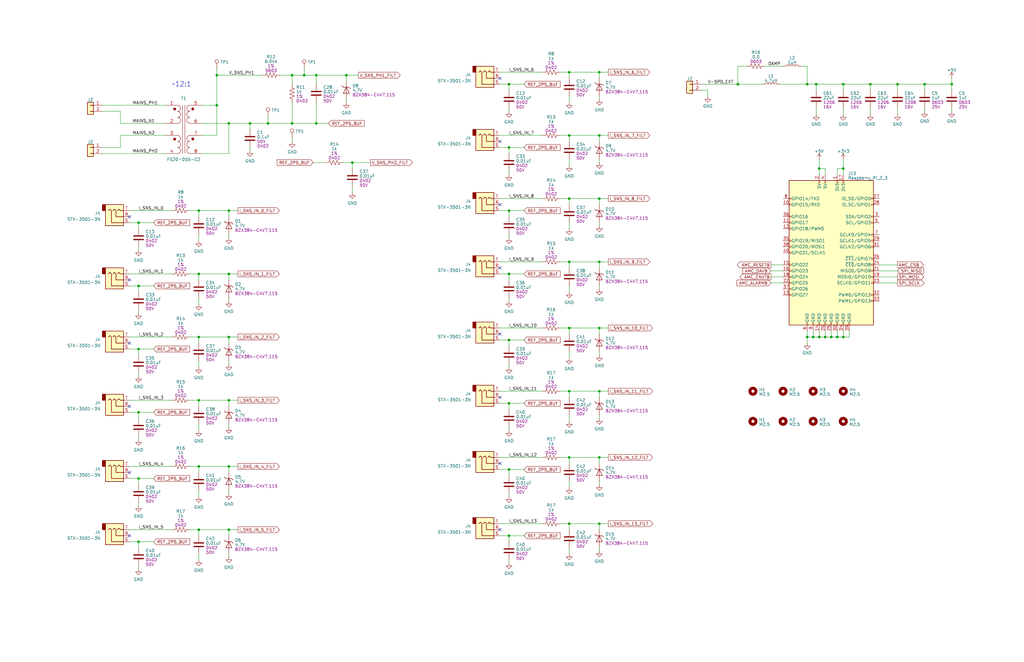
<source format=kicad_sch>
(kicad_sch (version 20230121) (generator eeschema)
  (paper "B")
  (junction (at 214.63 88.9))
  (junction (at 240.03 57.15))
  (junction (at 58.42 93.98))
  (junction (at 340.36 142.24))
  (junction (at 91.44 31.75))
  (junction (at 123.19 31.75))
  (junction (at 58.42 201.93))
  (junction (at 58.42 147.32))
  (junction (at 240.03 30.48))
  (junction (at 401.32 35.56))
  (junction (at 355.6 71.12))
  (junction (at 355.6 35.56))
  (junction (at 252.73 138.43))
  (junction (at 311.15 35.56))
  (junction (at 340.36 35.56))
  (junction (at 345.44 71.12))
  (junction (at 96.52 142.24))
  (junction (at 113.03 52.07))
  (junction (at 128.27 31.75))
  (junction (at 133.35 52.07))
  (junction (at 240.03 138.43))
  (junction (at 378.46 35.56))
  (junction (at 91.44 44.45))
  (junction (at 83.82 88.9))
  (junction (at 214.63 62.23))
  (junction (at 240.03 220.98))
  (junction (at 96.52 88.9))
  (junction (at 252.73 220.98))
  (junction (at 214.63 170.18))
  (junction (at 96.52 196.85))
  (junction (at 214.63 115.57))
  (junction (at 240.03 165.1))
  (junction (at 252.73 57.15))
  (junction (at 344.17 35.56))
  (junction (at 347.98 142.24))
  (junction (at 146.05 31.75))
  (junction (at 83.82 223.52))
  (junction (at 252.73 83.82))
  (junction (at 214.63 143.51))
  (junction (at 214.63 226.06))
  (junction (at 252.73 30.48))
  (junction (at 58.42 228.6))
  (junction (at 148.59 68.58))
  (junction (at 389.89 35.56))
  (junction (at 252.73 165.1))
  (junction (at 96.52 115.57))
  (junction (at 252.73 110.49))
  (junction (at 83.82 142.24))
  (junction (at 58.42 173.99))
  (junction (at 96.52 168.91))
  (junction (at 214.63 198.12))
  (junction (at 350.52 142.24))
  (junction (at 123.19 52.07))
  (junction (at 83.82 168.91))
  (junction (at 240.03 193.04))
  (junction (at 96.52 52.07))
  (junction (at 83.82 115.57))
  (junction (at 214.63 35.56))
  (junction (at 353.06 142.24))
  (junction (at 367.03 35.56))
  (junction (at 345.44 142.24))
  (junction (at 252.73 193.04))
  (junction (at 342.9 142.24))
  (junction (at 105.41 52.07))
  (junction (at 240.03 83.82))
  (junction (at 96.52 223.52))
  (junction (at 240.03 110.49))
  (junction (at 355.6 142.24))
  (junction (at 58.42 120.65))
  (junction (at 83.82 196.85))
  (junction (at 133.35 31.75))
  (no_connect (at 210.82 140.97))
  (no_connect (at 210.82 113.03))
  (no_connect (at 210.82 86.36))
  (no_connect (at 210.82 59.69))
  (no_connect (at 210.82 33.02))
  (no_connect (at 54.61 118.11))
  (no_connect (at 54.61 91.44))
  (no_connect (at 54.61 171.45))
  (no_connect (at 210.82 167.64))
  (no_connect (at 54.61 144.78))
  (no_connect (at 210.82 195.58))
  (no_connect (at 210.82 223.52))
  (no_connect (at 54.61 226.06))
  (no_connect (at 54.61 199.39))
  (wire (pts (xy 214.63 88.9) (xy 214.63 91.44)))
  (wire (pts (xy 96.52 125.73) (xy 96.52 127)))
  (wire (pts (xy 350.52 139.7) (xy 350.52 142.24)))
  (wire (pts (xy 83.82 142.24) (xy 96.52 142.24)))
  (wire (pts (xy 96.52 207.01) (xy 96.52 208.28)))
  (wire (pts (xy 214.63 35.56) (xy 220.98 35.56)))
  (wire (pts (xy 240.03 138.43) (xy 240.03 140.97)))
  (wire (pts (xy 123.19 43.18) (xy 123.19 52.07)))
  (wire (pts (xy 58.42 93.98) (xy 64.77 93.98)))
  (wire (pts (xy 236.22 57.15) (xy 240.03 57.15)))
  (wire (pts (xy 210.82 110.49) (xy 228.6 110.49)))
  (wire (pts (xy 252.73 110.49) (xy 256.54 110.49)))
  (wire (pts (xy 252.73 67.31) (xy 252.73 68.58)))
  (wire (pts (xy 105.41 52.07) (xy 105.41 54.61)))
  (wire (pts (xy 353.06 71.12) (xy 355.6 71.12)))
  (wire (pts (xy 214.63 153.67) (xy 214.63 154.94)))
  (wire (pts (xy 252.73 175.26) (xy 252.73 176.53)))
  (wire (pts (xy 58.42 173.99) (xy 58.42 176.53)))
  (wire (pts (xy 322.58 27.94) (xy 330.2 27.94)))
  (wire (pts (xy 96.52 226.06) (xy 96.52 223.52)))
  (wire (pts (xy 96.52 171.45) (xy 96.52 168.91)))
  (wire (pts (xy 345.44 71.12) (xy 345.44 73.66)))
  (wire (pts (xy 214.63 226.06) (xy 220.98 226.06)))
  (wire (pts (xy 252.73 193.04) (xy 256.54 193.04)))
  (wire (pts (xy 252.73 195.58) (xy 252.73 193.04)))
  (wire (pts (xy 54.61 228.6) (xy 58.42 228.6)))
  (wire (pts (xy 96.52 52.07) (xy 96.52 64.77)))
  (wire (pts (xy 58.42 93.98) (xy 58.42 96.52)))
  (wire (pts (xy 347.98 139.7) (xy 347.98 142.24)))
  (wire (pts (xy 378.46 116.84) (xy 370.84 116.84)))
  (wire (pts (xy 214.63 226.06) (xy 214.63 228.6)))
  (wire (pts (xy 83.82 196.85) (xy 83.82 199.39)))
  (wire (pts (xy 295.91 35.56) (xy 311.15 35.56)))
  (wire (pts (xy 91.44 31.75) (xy 110.49 31.75)))
  (wire (pts (xy 311.15 27.94) (xy 314.96 27.94)))
  (wire (pts (xy 355.6 71.12) (xy 355.6 73.66)))
  (wire (pts (xy 240.03 110.49) (xy 252.73 110.49)))
  (wire (pts (xy 344.17 35.56) (xy 340.36 35.56)))
  (wire (pts (xy 96.52 196.85) (xy 100.33 196.85)))
  (wire (pts (xy 83.82 196.85) (xy 96.52 196.85)))
  (wire (pts (xy 128.27 31.75) (xy 123.19 31.75)))
  (wire (pts (xy 210.82 30.48) (xy 228.6 30.48)))
  (wire (pts (xy 240.03 193.04) (xy 240.03 195.58)))
  (wire (pts (xy 96.52 91.44) (xy 96.52 88.9)))
  (wire (pts (xy 340.36 35.56) (xy 328.93 35.56)))
  (wire (pts (xy 347.98 73.66) (xy 347.98 71.12)))
  (wire (pts (xy 123.19 52.07) (xy 133.35 52.07)))
  (wire (pts (xy 252.73 203.2) (xy 252.73 204.47)))
  (wire (pts (xy 58.42 201.93) (xy 64.77 201.93)))
  (wire (pts (xy 355.6 139.7) (xy 355.6 142.24)))
  (wire (pts (xy 118.11 31.75) (xy 123.19 31.75)))
  (wire (pts (xy 91.44 57.15) (xy 91.44 44.45)))
  (wire (pts (xy 54.61 201.93) (xy 58.42 201.93)))
  (wire (pts (xy 214.63 72.39) (xy 214.63 73.66)))
  (wire (pts (xy 378.46 114.3) (xy 370.84 114.3)))
  (wire (pts (xy 58.42 184.15) (xy 58.42 185.42)))
  (wire (pts (xy 58.42 201.93) (xy 58.42 204.47)))
  (wire (pts (xy 83.82 168.91) (xy 83.82 171.45)))
  (wire (pts (xy 58.42 130.81) (xy 58.42 132.08)))
  (wire (pts (xy 342.9 139.7) (xy 342.9 142.24)))
  (wire (pts (xy 378.46 35.56) (xy 367.03 35.56)))
  (wire (pts (xy 236.22 220.98) (xy 240.03 220.98)))
  (wire (pts (xy 240.03 220.98) (xy 240.03 223.52)))
  (wire (pts (xy 240.03 120.65) (xy 240.03 123.19)))
  (wire (pts (xy 105.41 62.23) (xy 105.41 63.5)))
  (wire (pts (xy 252.73 148.59) (xy 252.73 149.86)))
  (wire (pts (xy 240.03 83.82) (xy 252.73 83.82)))
  (wire (pts (xy 80.01 115.57) (xy 83.82 115.57)))
  (wire (pts (xy 80.01 88.9) (xy 83.82 88.9)))
  (wire (pts (xy 54.61 120.65) (xy 58.42 120.65)))
  (wire (pts (xy 210.82 226.06) (xy 214.63 226.06)))
  (wire (pts (xy 337.82 27.94) (xy 340.36 27.94)))
  (wire (pts (xy 214.63 45.72) (xy 214.63 46.99)))
  (wire (pts (xy 96.52 152.4) (xy 96.52 153.67)))
  (wire (pts (xy 96.52 142.24) (xy 100.33 142.24)))
  (wire (pts (xy 54.61 147.32) (xy 58.42 147.32)))
  (wire (pts (xy 252.73 83.82) (xy 256.54 83.82)))
  (wire (pts (xy 240.03 203.2) (xy 240.03 205.74)))
  (wire (pts (xy 236.22 165.1) (xy 240.03 165.1)))
  (wire (pts (xy 240.03 148.59) (xy 240.03 151.13)))
  (wire (pts (xy 240.03 30.48) (xy 252.73 30.48)))
  (wire (pts (xy 58.42 104.14) (xy 58.42 105.41)))
  (wire (pts (xy 236.22 110.49) (xy 240.03 110.49)))
  (wire (pts (xy 146.05 41.91) (xy 146.05 43.18)))
  (wire (pts (xy 91.44 57.15) (xy 85.09 57.15)))
  (wire (pts (xy 401.32 35.56) (xy 401.32 38.1)))
  (wire (pts (xy 345.44 67.31) (xy 345.44 71.12)))
  (wire (pts (xy 210.82 138.43) (xy 228.6 138.43)))
  (wire (pts (xy 83.82 223.52) (xy 96.52 223.52)))
  (wire (pts (xy 214.63 62.23) (xy 214.63 64.77)))
  (wire (pts (xy 214.63 115.57) (xy 220.98 115.57)))
  (wire (pts (xy 133.35 31.75) (xy 146.05 31.75)))
  (wire (pts (xy 83.82 233.68) (xy 83.82 236.22)))
  (wire (pts (xy 378.46 38.1) (xy 378.46 35.56)))
  (wire (pts (xy 214.63 170.18) (xy 220.98 170.18)))
  (wire (pts (xy 148.59 68.58) (xy 156.21 68.58)))
  (wire (pts (xy 105.41 52.07) (xy 113.03 52.07)))
  (wire (pts (xy 367.03 38.1) (xy 367.03 35.56)))
  (wire (pts (xy 128.27 29.21) (xy 128.27 31.75)))
  (wire (pts (xy 311.15 35.56) (xy 321.31 35.56)))
  (wire (pts (xy 54.61 115.57) (xy 72.39 115.57)))
  (wire (pts (xy 240.03 40.64) (xy 240.03 43.18)))
  (wire (pts (xy 146.05 31.75) (xy 151.13 31.75)))
  (wire (pts (xy 50.8 52.07) (xy 69.85 52.07)))
  (wire (pts (xy 236.22 138.43) (xy 240.03 138.43)))
  (wire (pts (xy 85.09 64.77) (xy 96.52 64.77)))
  (wire (pts (xy 210.82 143.51) (xy 214.63 143.51)))
  (wire (pts (xy 58.42 147.32) (xy 58.42 149.86)))
  (wire (pts (xy 240.03 30.48) (xy 240.03 33.02)))
  (wire (pts (xy 236.22 193.04) (xy 240.03 193.04)))
  (wire (pts (xy 345.44 139.7) (xy 345.44 142.24)))
  (wire (pts (xy 214.63 198.12) (xy 214.63 200.66)))
  (wire (pts (xy 252.73 86.36) (xy 252.73 83.82)))
  (wire (pts (xy 123.19 31.75) (xy 123.19 35.56)))
  (wire (pts (xy 144.78 68.58) (xy 148.59 68.58)))
  (wire (pts (xy 43.18 64.77) (xy 69.85 64.77)))
  (wire (pts (xy 340.36 142.24) (xy 340.36 144.78)))
  (wire (pts (xy 378.46 35.56) (xy 389.89 35.56)))
  (wire (pts (xy 210.82 83.82) (xy 228.6 83.82)))
  (wire (pts (xy 252.73 138.43) (xy 256.54 138.43)))
  (wire (pts (xy 345.44 142.24) (xy 347.98 142.24)))
  (wire (pts (xy 58.42 157.48) (xy 58.42 158.75)))
  (wire (pts (xy 210.82 35.56) (xy 214.63 35.56)))
  (wire (pts (xy 54.61 93.98) (xy 58.42 93.98)))
  (wire (pts (xy 401.32 45.72) (xy 401.32 46.99)))
  (wire (pts (xy 240.03 110.49) (xy 240.03 113.03)))
  (wire (pts (xy 58.42 212.09) (xy 58.42 213.36)))
  (wire (pts (xy 96.52 168.91) (xy 100.33 168.91)))
  (wire (pts (xy 133.35 52.07) (xy 138.43 52.07)))
  (wire (pts (xy 91.44 44.45) (xy 91.44 31.75)))
  (wire (pts (xy 83.82 99.06) (xy 83.82 101.6)))
  (wire (pts (xy 214.63 236.22) (xy 214.63 237.49)))
  (wire (pts (xy 83.82 152.4) (xy 83.82 154.94)))
  (wire (pts (xy 58.42 120.65) (xy 58.42 123.19)))
  (wire (pts (xy 83.82 207.01) (xy 83.82 209.55)))
  (wire (pts (xy 295.91 38.1) (xy 298.45 38.1)))
  (wire (pts (xy 210.82 193.04) (xy 228.6 193.04)))
  (wire (pts (xy 252.73 140.97) (xy 252.73 138.43)))
  (wire (pts (xy 91.44 29.21) (xy 91.44 31.75)))
  (wire (pts (xy 358.14 142.24) (xy 358.14 139.7)))
  (wire (pts (xy 80.01 223.52) (xy 83.82 223.52)))
  (wire (pts (xy 252.73 59.69) (xy 252.73 57.15)))
  (wire (pts (xy 214.63 99.06) (xy 214.63 100.33)))
  (wire (pts (xy 355.6 38.1) (xy 355.6 35.56)))
  (wire (pts (xy 355.6 45.72) (xy 355.6 48.26)))
  (wire (pts (xy 83.82 142.24) (xy 83.82 144.78)))
  (wire (pts (xy 325.12 116.84) (xy 330.2 116.84)))
  (wire (pts (xy 148.59 78.74) (xy 148.59 81.28)))
  (wire (pts (xy 133.35 35.56) (xy 133.35 31.75)))
  (wire (pts (xy 83.82 115.57) (xy 83.82 118.11)))
  (wire (pts (xy 214.63 88.9) (xy 220.98 88.9)))
  (wire (pts (xy 96.52 179.07) (xy 96.52 180.34)))
  (wire (pts (xy 252.73 57.15) (xy 256.54 57.15)))
  (wire (pts (xy 146.05 34.29) (xy 146.05 31.75)))
  (wire (pts (xy 389.89 45.72) (xy 389.89 46.99)))
  (wire (pts (xy 240.03 231.14) (xy 240.03 233.68)))
  (wire (pts (xy 389.89 35.56) (xy 389.89 38.1)))
  (wire (pts (xy 123.19 58.42) (xy 123.19 59.69)))
  (wire (pts (xy 210.82 88.9) (xy 214.63 88.9)))
  (wire (pts (xy 240.03 57.15) (xy 252.73 57.15)))
  (wire (pts (xy 214.63 35.56) (xy 214.63 38.1)))
  (wire (pts (xy 80.01 168.91) (xy 83.82 168.91)))
  (wire (pts (xy 252.73 165.1) (xy 256.54 165.1)))
  (wire (pts (xy 96.52 52.07) (xy 105.41 52.07)))
  (wire (pts (xy 54.61 173.99) (xy 58.42 173.99)))
  (wire (pts (xy 210.82 170.18) (xy 214.63 170.18)))
  (wire (pts (xy 353.06 142.24) (xy 355.6 142.24)))
  (wire (pts (xy 96.52 99.06) (xy 96.52 100.33)))
  (wire (pts (xy 252.73 120.65) (xy 252.73 121.92)))
  (wire (pts (xy 214.63 62.23) (xy 220.98 62.23)))
  (wire (pts (xy 43.18 62.23) (xy 50.8 62.23)))
  (wire (pts (xy 58.42 228.6) (xy 58.42 231.14)))
  (wire (pts (xy 240.03 67.31) (xy 240.03 69.85)))
  (wire (pts (xy 96.52 118.11) (xy 96.52 115.57)))
  (wire (pts (xy 210.82 220.98) (xy 228.6 220.98)))
  (wire (pts (xy 401.32 33.02) (xy 401.32 35.56)))
  (wire (pts (xy 80.01 196.85) (xy 83.82 196.85)))
  (wire (pts (xy 83.82 179.07) (xy 83.82 181.61)))
  (wire (pts (xy 83.82 88.9) (xy 96.52 88.9)))
  (wire (pts (xy 252.73 113.03) (xy 252.73 110.49)))
  (wire (pts (xy 54.61 223.52) (xy 72.39 223.52)))
  (wire (pts (xy 148.59 68.58) (xy 148.59 71.12)))
  (wire (pts (xy 240.03 165.1) (xy 252.73 165.1)))
  (wire (pts (xy 378.46 45.72) (xy 378.46 48.26)))
  (wire (pts (xy 252.73 40.64) (xy 252.73 41.91)))
  (wire (pts (xy 214.63 143.51) (xy 220.98 143.51)))
  (wire (pts (xy 58.42 147.32) (xy 64.77 147.32)))
  (wire (pts (xy 353.06 139.7) (xy 353.06 142.24)))
  (wire (pts (xy 96.52 223.52) (xy 100.33 223.52)))
  (wire (pts (xy 240.03 83.82) (xy 240.03 86.36)))
  (wire (pts (xy 340.36 139.7) (xy 340.36 142.24)))
  (wire (pts (xy 298.45 38.1) (xy 298.45 40.64)))
  (wire (pts (xy 58.42 228.6) (xy 64.77 228.6)))
  (wire (pts (xy 83.82 168.91) (xy 96.52 168.91)))
  (wire (pts (xy 378.46 119.38) (xy 370.84 119.38)))
  (wire (pts (xy 325.12 114.3) (xy 330.2 114.3)))
  (wire (pts (xy 214.63 143.51) (xy 214.63 146.05)))
  (wire (pts (xy 54.61 196.85) (xy 72.39 196.85)))
  (wire (pts (xy 83.82 88.9) (xy 83.82 91.44)))
  (wire (pts (xy 252.73 33.02) (xy 252.73 30.48)))
  (wire (pts (xy 367.03 35.56) (xy 355.6 35.56)))
  (wire (pts (xy 350.52 142.24) (xy 353.06 142.24)))
  (wire (pts (xy 252.73 220.98) (xy 256.54 220.98)))
  (wire (pts (xy 367.03 45.72) (xy 367.03 48.26)))
  (wire (pts (xy 133.35 43.18) (xy 133.35 52.07)))
  (wire (pts (xy 113.03 49.53) (xy 113.03 52.07)))
  (wire (pts (xy 214.63 208.28) (xy 214.63 209.55)))
  (wire (pts (xy 85.09 44.45) (xy 91.44 44.45)))
  (wire (pts (xy 325.12 119.38) (xy 330.2 119.38)))
  (wire (pts (xy 378.46 111.76) (xy 370.84 111.76)))
  (wire (pts (xy 43.18 46.99) (xy 50.8 46.99)))
  (wire (pts (xy 214.63 170.18) (xy 214.63 172.72)))
  (wire (pts (xy 252.73 231.14) (xy 252.73 232.41)))
  (wire (pts (xy 355.6 35.56) (xy 344.17 35.56)))
  (wire (pts (xy 214.63 115.57) (xy 214.63 118.11)))
  (wire (pts (xy 210.82 165.1) (xy 228.6 165.1)))
  (wire (pts (xy 54.61 88.9) (xy 72.39 88.9)))
  (wire (pts (xy 236.22 30.48) (xy 240.03 30.48)))
  (wire (pts (xy 210.82 115.57) (xy 214.63 115.57)))
  (wire (pts (xy 252.73 30.48) (xy 256.54 30.48)))
  (wire (pts (xy 347.98 142.24) (xy 350.52 142.24)))
  (wire (pts (xy 43.18 44.45) (xy 69.85 44.45)))
  (wire (pts (xy 54.61 142.24) (xy 72.39 142.24)))
  (wire (pts (xy 210.82 198.12) (xy 214.63 198.12)))
  (wire (pts (xy 85.09 52.07) (xy 96.52 52.07)))
  (wire (pts (xy 132.08 68.58) (xy 137.16 68.58)))
  (wire (pts (xy 344.17 45.72) (xy 344.17 48.26)))
  (wire (pts (xy 342.9 142.24) (xy 345.44 142.24)))
  (wire (pts (xy 240.03 175.26) (xy 240.03 177.8)))
  (wire (pts (xy 389.89 35.56) (xy 401.32 35.56)))
  (wire (pts (xy 214.63 180.34) (xy 214.63 181.61)))
  (wire (pts (xy 96.52 199.39) (xy 96.52 196.85)))
  (wire (pts (xy 83.82 125.73) (xy 83.82 128.27)))
  (wire (pts (xy 96.52 233.68) (xy 96.52 234.95)))
  (wire (pts (xy 355.6 142.24) (xy 358.14 142.24)))
  (wire (pts (xy 83.82 115.57) (xy 96.52 115.57)))
  (wire (pts (xy 58.42 238.76) (xy 58.42 240.03)))
  (wire (pts (xy 240.03 220.98) (xy 252.73 220.98)))
  (wire (pts (xy 353.06 73.66) (xy 353.06 71.12)))
  (wire (pts (xy 96.52 115.57) (xy 100.33 115.57)))
  (wire (pts (xy 252.73 93.98) (xy 252.73 95.25)))
  (wire (pts (xy 50.8 57.15) (xy 69.85 57.15)))
  (wire (pts (xy 344.17 38.1) (xy 344.17 35.56)))
  (wire (pts (xy 113.03 52.07) (xy 123.19 52.07)))
  (wire (pts (xy 340.36 27.94) (xy 340.36 35.56)))
  (wire (pts (xy 58.42 173.99) (xy 64.77 173.99)))
  (wire (pts (xy 96.52 88.9) (xy 100.33 88.9)))
  (wire (pts (xy 240.03 193.04) (xy 252.73 193.04)))
  (wire (pts (xy 240.03 138.43) (xy 252.73 138.43)))
  (wire (pts (xy 214.63 125.73) (xy 214.63 127)))
  (wire (pts (xy 58.42 120.65) (xy 64.77 120.65)))
  (wire (pts (xy 347.98 71.12) (xy 345.44 71.12)))
  (wire (pts (xy 311.15 35.56) (xy 311.15 27.94)))
  (wire (pts (xy 236.22 83.82) (xy 240.03 83.82)))
  (wire (pts (xy 50.8 46.99) (xy 50.8 52.07)))
  (wire (pts (xy 252.73 223.52) (xy 252.73 220.98)))
  (wire (pts (xy 54.61 168.91) (xy 72.39 168.91)))
  (wire (pts (xy 325.12 111.76) (xy 330.2 111.76)))
  (wire (pts (xy 214.63 198.12) (xy 220.98 198.12)))
  (wire (pts (xy 355.6 67.31) (xy 355.6 71.12)))
  (wire (pts (xy 240.03 165.1) (xy 240.03 167.64)))
  (wire (pts (xy 96.52 144.78) (xy 96.52 142.24)))
  (wire (pts (xy 80.01 142.24) (xy 83.82 142.24)))
  (wire (pts (xy 240.03 57.15) (xy 240.03 59.69)))
  (wire (pts (xy 240.03 93.98) (xy 240.03 96.52)))
  (wire (pts (xy 210.82 57.15) (xy 228.6 57.15)))
  (wire (pts (xy 50.8 62.23) (xy 50.8 57.15)))
  (wire (pts (xy 83.82 223.52) (xy 83.82 226.06)))
  (wire (pts (xy 340.36 142.24) (xy 342.9 142.24)))
  (wire (pts (xy 252.73 167.64) (xy 252.73 165.1)))
  (wire (pts (xy 133.35 31.75) (xy 128.27 31.75)))
  (wire (pts (xy 210.82 62.23) (xy 214.63 62.23)))
  (text "~12:1" (at 72.39 36.83 0) (effects (font (size 2 2)) (justify left bottom)))
  (label "MAINS_N1" (at 55.88 52.07 0))
  (label "MAINS_PH1" (at 55.88 44.45 0))
  (label "I_SNS_IN_11" (at 214.63 165.1 0))
  (label "DAMP" (at 323.85 27.94 0))
  (label "I_SNS_IN_13" (at 214.63 220.98 0))
  (label "MAINS_PH2" (at 55.88 64.77 0))
  (label "I_SNS_IN_7" (at 214.63 57.15 0))
  (label "I_SNS_IN_9" (at 214.63 110.49 0))
  (label "I_SNS_IN_0" (at 58.42 88.9 0))
  (label "I_SNS_IN_10" (at 214.63 138.43 0))
  (label "MAINS_N2" (at 55.88 57.15 0))
  (label "I_SNS_IN_4" (at 58.42 196.85 0))
  (label "V-5P0_EXT" (at 298.45 35.56 0))
  (label "I_SNS_IN_3" (at 58.42 168.91 0))
  (label "I_SNS_IN_12" (at 214.63 193.04 0))
  (label "I_SNS_IN_5" (at 58.42 223.52 0))
  (label "I_SNS_IN_6" (at 214.63 30.48 0))
  (label "V_SNS_PH1" (at 96.52 31.75 0))
  (label "I_SNS_IN_1" (at 58.42 115.57 0))
  (label "I_SNS_IN_2" (at 58.42 142.24 0))
  (label "I_SNS_IN_8" (at 214.63 83.82 0))
  (global_label "REF_2P5_BUF" (shape input) (at 64.77 93.98 0) (property "Intersheetrefs" "${INTERSHEET_REFS}" (effects hide)))
  (global_label "AMC_RESETB" (shape output) (at 325.12 111.76 180) (property "Intersheetrefs" "${INTERSHEET_REFS}" (effects hide)))
  (global_label "REF_2P5_BUF" (shape input) (at 220.98 35.56 0) (property "Intersheetrefs" "${INTERSHEET_REFS}" (effects hide)))
  (global_label "AMC_ALARMB" (shape input) (at 325.12 119.38 180) (property "Intersheetrefs" "${INTERSHEET_REFS}" (effects hide)))
  (global_label "I_SNS_IN_5_FILT" (shape output) (at 100.33 223.52 0) (property "Intersheetrefs" "${INTERSHEET_REFS}" (effects hide)))
  (global_label "I_SNS_IN_11_FILT" (shape output) (at 256.54 165.1 0) (property "Intersheetrefs" "${INTERSHEET_REFS}" (effects hide)))
  (global_label "REF_2P5_BUF" (shape input) (at 138.43 52.07 0) (property "Intersheetrefs" "${INTERSHEET_REFS}" (effects hide)))
  (global_label "SPI_MOSI" (shape output) (at 378.46 116.84 0) (property "Intersheetrefs" "${INTERSHEET_REFS}" (effects hide)))
  (global_label "I_SNS_IN_2_FILT" (shape output) (at 100.33 142.24 0) (property "Intersheetrefs" "${INTERSHEET_REFS}" (effects hide)))
  (global_label "I_SNS_IN_12_FILT" (shape output) (at 256.54 193.04 0) (property "Intersheetrefs" "${INTERSHEET_REFS}" (effects hide)))
  (global_label "REF_2P5_BUF" (shape input) (at 64.77 173.99 0) (property "Intersheetrefs" "${INTERSHEET_REFS}" (effects hide)))
  (global_label "REF_2P5_BUF" (shape input) (at 220.98 170.18 0) (property "Intersheetrefs" "${INTERSHEET_REFS}" (effects hide)))
  (global_label "I_SNS_IN_6_FILT" (shape output) (at 256.54 30.48 0) (property "Intersheetrefs" "${INTERSHEET_REFS}" (effects hide)))
  (global_label "I_SNS_IN_8_FILT" (shape output) (at 256.54 83.82 0) (property "Intersheetrefs" "${INTERSHEET_REFS}" (effects hide)))
  (global_label "REF_2P5_BUF" (shape input) (at 220.98 226.06 0) (property "Intersheetrefs" "${INTERSHEET_REFS}" (effects hide)))
  (global_label "V_SNS_PH2_FILT" (shape output) (at 156.21 68.58 0) (property "Intersheetrefs" "${INTERSHEET_REFS}" (effects hide)))
  (global_label "I_SNS_IN_0_FILT" (shape output) (at 100.33 88.9 0) (property "Intersheetrefs" "${INTERSHEET_REFS}" (effects hide)))
  (global_label "SPI_MISO" (shape input) (at 378.46 114.3 0) (property "Intersheetrefs" "${INTERSHEET_REFS}" (effects hide)))
  (global_label "REF_2P5_BUF" (shape input) (at 64.77 120.65 0) (property "Intersheetrefs" "${INTERSHEET_REFS}" (effects hide)))
  (global_label "REF_2P5_BUF" (shape input) (at 64.77 201.93 0) (property "Intersheetrefs" "${INTERSHEET_REFS}" (effects hide)))
  (global_label "V_SNS_PH1_FILT" (shape output) (at 151.13 31.75 0) (property "Intersheetrefs" "${INTERSHEET_REFS}" (effects hide)))
  (global_label "REF_2P5_BUF" (shape input) (at 220.98 115.57 0) (property "Intersheetrefs" "${INTERSHEET_REFS}" (effects hide)))
  (global_label "REF_2P5_BUF" (shape input) (at 64.77 228.6 0) (property "Intersheetrefs" "${INTERSHEET_REFS}" (effects hide)))
  (global_label "I_SNS_IN_13_FILT" (shape output) (at 256.54 220.98 0) (property "Intersheetrefs" "${INTERSHEET_REFS}" (effects hide)))
  (global_label "I_SNS_IN_10_FILT" (shape output) (at 256.54 138.43 0) (property "Intersheetrefs" "${INTERSHEET_REFS}" (effects hide)))
  (global_label "REF_2P5_BUF" (shape input) (at 64.77 147.32 0) (property "Intersheetrefs" "${INTERSHEET_REFS}" (effects hide)))
  (global_label "I_SNS_IN_3_FILT" (shape output) (at 100.33 168.91 0) (property "Intersheetrefs" "${INTERSHEET_REFS}" (effects hide)))
  (global_label "REF_2P5_BUF" (shape input) (at 220.98 62.23 0) (property "Intersheetrefs" "${INTERSHEET_REFS}" (effects hide)))
  (global_label "AMC_CNVTB" (shape output) (at 325.12 116.84 180) (property "Intersheetrefs" "${INTERSHEET_REFS}" (effects hide)))
  (global_label "REF_2P5_BUF" (shape input) (at 220.98 143.51 0) (property "Intersheetrefs" "${INTERSHEET_REFS}" (effects hide)))
  (global_label "I_SNS_IN_7_FILT" (shape output) (at 256.54 57.15 0) (property "Intersheetrefs" "${INTERSHEET_REFS}" (effects hide)))
  (global_label "REF_2P5_BUF" (shape input) (at 220.98 88.9 0) (property "Intersheetrefs" "${INTERSHEET_REFS}" (effects hide)))
  (global_label "I_SNS_IN_4_FILT" (shape output) (at 100.33 196.85 0) (property "Intersheetrefs" "${INTERSHEET_REFS}" (effects hide)))
  (global_label "I_SNS_IN_1_FILT" (shape output) (at 100.33 115.57 0) (property "Intersheetrefs" "${INTERSHEET_REFS}" (effects hide)))
  (global_label "REF_2P5_BUF" (shape input) (at 132.08 68.58 180) (property "Intersheetrefs" "${INTERSHEET_REFS}" (effects hide)))
  (global_label "AMC_CSB" (shape output) (at 378.46 111.76 0) (property "Intersheetrefs" "${INTERSHEET_REFS}" (effects hide)))
  (global_label "SPI_SCLK" (shape output) (at 378.46 119.38 0) (property "Intersheetrefs" "${INTERSHEET_REFS}" (effects hide)))
  (global_label "I_SNS_IN_9_FILT" (shape output) (at 256.54 110.49 0) (property "Intersheetrefs" "${INTERSHEET_REFS}" (effects hide)))
  (global_label "REF_2P5_BUF" (shape input) (at 220.98 198.12 0) (property "Intersheetrefs" "${INTERSHEET_REFS}" (effects hide)))
  (global_label "AMC_DAVB" (shape input) (at 325.12 114.3 180) (property "Intersheetrefs" "${INTERSHEET_REFS}" (effects hide)))
  (symbol (lib_id "Repowered_Devices:BZX384-C4V7") (at 96.52 229.87 270) (unit 1)
    (property "Reference" "D6" (at 99.0346 227.9483 90) (effects (justify left)))
    (property "Value" "4.7V" (at 99.0346 229.8693 90) (effects (justify left)))
    (property "Footprint" "Diode_SMD:D_SOD-323" (effects hide))
    (property "Mfr. Part #" "BZX384-C4V7,115" (at 99.0346 231.7903 90) (effects (justify left)))
    (property "JLCPCB Part #" "C454980" (effects hide))
    (property "Manufacturer" "Nexperia" (effects hide))
    (property "Description" "DIODE ZENER 4.7V 300MW SOD323" (effects hide))
  )
  (symbol (lib_id "Repowered_Devices:BZX384-C4V7") (at 252.73 36.83 270) (unit 1)
    (property "Reference" "D7" (at 255.2446 34.9083 90) (effects (justify left)))
    (property "Value" "4.7V" (at 255.2446 36.8293 90) (effects (justify left)))
    (property "Footprint" "Diode_SMD:D_SOD-323" (effects hide))
    (property "Mfr. Part #" "BZX384-C4V7,115" (at 255.2446 38.7503 90) (effects (justify left)))
    (property "JLCPCB Part #" "C454980" (effects hide))
    (property "Manufacturer" "Nexperia" (effects hide))
    (property "Description" "DIODE ZENER 4.7V 300MW SOD323" (effects hide))
  )
  (symbol (lib_id "power:GND") (at 252.73 68.58 0) (unit 1)
    (property "Reference" "#PWR08" (effects hide))
    (property "Value" "GND" (at 252.73 73.0234 0))
    (instances (project "Whole_House_Power_Monitor" (path "" (reference "#PWR08") (unit 1))) (project "Power_Meter_RPi_Hat_HW" (path "" (reference "#PWR049") (unit 1)) (path "" (reference "#PWR075") (unit 1))))
  )
  (symbol (lib_id "Connector:AudioJack3") (at 49.53 118.11 0) (mirror x) (unit 1)
    (property "Reference" "J4" (at 42.4181 116.6403 0) (effects (justify right)))
    (property "Value" "STX-3501-3N" (at 42.4181 119.1772 0) (effects (justify right)))
    (property "Footprint" "Repowered_Connectors:Jack_3.5mm_Kycon_STX-3501-3N" (effects hide))
  )
  (symbol (lib_id "power:GND") (at 252.73 41.91 0) (unit 1)
    (property "Reference" "#PWR08" (effects hide))
    (property "Value" "GND" (at 252.73 46.3534 0))
    (instances (project "Whole_House_Power_Monitor" (path "" (reference "#PWR08") (unit 1))) (project "Power_Meter_RPi_Hat_HW" (path "" (reference "#PWR026") (unit 1)) (path "" (reference "#PWR074") (unit 1))))
  )
  (symbol (lib_id "power:GND") (at 96.52 100.33 0) (unit 1)
    (property "Reference" "#PWR08" (effects hide))
    (property "Value" "GND" (at 96.52 104.7734 0))
    (instances (project "Whole_House_Power_Monitor" (path "" (reference "#PWR08") (unit 1))) (project "Power_Meter_RPi_Hat_HW" (path "" (reference "#PWR026") (unit 1)) (path "" (reference "#PWR053") (unit 1))))
  )
  (symbol (lib_id "power:GND") (at 58.42 185.42 0) (unit 1)
    (property "Reference" "#PWR08" (effects hide))
    (property "Value" "GND" (at 58.42 189.8634 0))
    (instances (project "Whole_House_Power_Monitor" (path "" (reference "#PWR08") (unit 1))) (project "Power_Meter_RPi_Hat_HW" (path "" (reference "#PWR051") (unit 1)) (path "" (reference "#PWR040") (unit 1))))
  )
  (symbol (lib_id "Repowered_Capacitors:CC0402JRX7R9BB103") (at 133.35 39.37 0) (unit 1)
    (property "Reference" "C28" (at 136.271 36.8053 0) (effects (justify left)))
    (property "Value" "0.01uF" (at 136.271 38.7263 0) (effects (justify left)))
    (property "Footprint" "Capacitor_SMD:C_0402_1005Metric" (effects hide))
    (property "Mfr Part #" "CC0402JRX7R9BB103" (effects hide))
    (property "Tolerance" "5%" (effects hide))
    (property "Package Desc" "0402" (at 136.271 40.6473 0) (effects (justify left)))
    (property "Manufacturer" "YAGEO" (effects hide))
    (property "Description" "CAP CER 0.01UF 50V 5% X7R 0402" (effects hide))
    (property "Voltage Rating" "50V" (at 136.271 42.5683 0) (effects (justify left)))
    (instances (project "Power_Meter_RPi_Hat_HW" (path "" (reference "C28") (unit 1)) (path "" (reference "C42") (unit 1))))
  )
  (symbol (lib_id "power:GND") (at 355.6 48.26 0) (unit 1)
    (property "Reference" "#PWR096" (effects hide))
    (property "Value" "GND" (at 355.6 52.3955 0))
  )
  (symbol (lib_id "power:GND") (at 58.42 132.08 0) (unit 1)
    (property "Reference" "#PWR08" (effects hide))
    (property "Value" "GND" (at 58.42 136.5234 0))
    (instances (project "Whole_House_Power_Monitor" (path "" (reference "#PWR08") (unit 1))) (project "Power_Meter_RPi_Hat_HW" (path "" (reference "#PWR047") (unit 1)) (path "" (reference "#PWR027") (unit 1))))
  )
  (symbol (lib_id "power:GND") (at 240.03 205.74 0) (unit 1)
    (property "Reference" "#PWR08" (effects hide))
    (property "Value" "GND" (at 240.03 210.1834 0))
    (instances (project "Whole_House_Power_Monitor" (path "" (reference "#PWR08") (unit 1))) (project "Power_Meter_RPi_Hat_HW" (path "" (reference "#PWR059") (unit 1)) (path "" (reference "#PWR081") (unit 1))))
  )
  (symbol (lib_id "power:GND") (at 344.17 48.26 0) (unit 1)
    (property "Reference" "#PWR095" (effects hide))
    (property "Value" "GND" (at 344.17 52.3955 0))
  )
  (symbol (lib_id "Connector:AudioJack3") (at 49.53 171.45 0) (mirror x) (unit 1)
    (property "Reference" "J4" (at 42.4181 169.9803 0) (effects (justify right)))
    (property "Value" "STX-3501-3N" (at 42.4181 172.5172 0) (effects (justify right)))
    (property "Footprint" "Repowered_Connectors:Jack_3.5mm_Kycon_STX-3501-3N" (effects hide))
    (instances (project "Whole_House_Power_Monitor" (path "" (reference "J4") (unit 1))) (project "Power_Meter_RPi_Hat_HW" (path "" (reference "J6") (unit 1)) (path "" (reference "J6") (unit 1))))
  )
  (symbol (lib_id "Connector:TestPoint") (at 91.44 29.21 0) (unit 1) (in_bom no)
    (property "Reference" "TP1" (at 92.837 26.2248 0) (effects (justify left)))
    (property "Value" "TestPoint" (effects hide))
    (property "Footprint" "TestPoint:TestPoint_Pad_D1.5mm" (effects hide))
    (instances (project "Power_Meter_RPi_Hat_HW" (path "" (reference "TP1") (unit 1)) (path "" (reference "TP5") (unit 1))))
  )
  (symbol (lib_id "power:+3V3") (at 355.6 67.31 0) (unit 1)
    (property "Reference" "#PWR087" (effects hide))
    (property "Value" "+3V3" (at 355.6 63.8081 0))
  )
  (symbol (lib_id "Repowered_Resistors:AC0402FR-071KL") (at 76.2 223.52 90) (unit 1)
    (property "Reference" "R17" (at 76.2 215.7791 90))
    (property "Value" "1k" (at 76.2 217.7001 90))
    (property "Footprint" "Resistor_SMD:R_0402_1005Metric" (effects hide))
    (property "Mfr Part #" "AC0402FR-071KL" (effects hide))
    (property "Tolerance" "1%" (at 76.2 219.6211 90))
    (property "Package Desc" "0402" (at 76.2 221.5421 90))
    (property "Manufacturer" "YAGEO" (effects hide))
    (property "Description" "RES SMD 1K OHM 1% 1/16W 0402" (effects hide))
    (property "JLCPCB Part #" "C144789" (effects hide))
    (instances (project "Power_Meter_RPi_Hat_HW" (path "" (reference "R17") (unit 1)) (path "" (reference "R13") (unit 1))))
  )
  (symbol (lib_id "Repowered_Devices:BZX384-C4V7") (at 252.73 199.39 270) (unit 1)
    (property "Reference" "D14" (at 255.2446 197.4683 90) (effects (justify left)))
    (property "Value" "4.7V" (at 255.2446 199.3893 90) (effects (justify left)))
    (property "Footprint" "Diode_SMD:D_SOD-323" (effects hide))
    (property "Mfr. Part #" "BZX384-C4V7,115" (at 255.2446 201.3103 90) (effects (justify left)))
    (property "JLCPCB Part #" "C454980" (effects hide))
    (property "Manufacturer" "Nexperia" (effects hide))
    (property "Description" "DIODE ZENER 4.7V 300MW SOD323" (effects hide))
  )
  (symbol (lib_id "Mechanical:MountingHole") (at 330.2 177.8 0) (unit 1)
    (property "Reference" "H2" (at 332.74 177.1563 0) (effects (justify left)))
    (property "Value" "M2.5" (at 332.74 179.0773 0) (effects (justify left)))
    (property "Footprint" "MountingHole:MountingHole_2.7mm_M2.5" (effects hide))
    (instances (project "TNC_Simple_SMD_HW" (path "" (reference "H2") (unit 1))) (project "Power_Meter_RPi_Hat_HW" (path "" (reference "H6") (unit 1))))
  )
  (symbol (lib_id "Repowered_Capacitors:CC0402JRX7R9BB103") (at 58.42 127 0) (unit 1)
    (property "Reference" "C33" (at 61.341 124.4353 0) (effects (justify left)))
    (property "Value" "0.01uF" (at 61.341 126.3563 0) (effects (justify left)))
    (property "Footprint" "Capacitor_SMD:C_0402_1005Metric" (effects hide))
    (property "Mfr Part #" "CC0402JRX7R9BB103" (effects hide))
    (property "Tolerance" "5%" (effects hide))
    (property "Package Desc" "0402" (at 61.341 128.2773 0) (effects (justify left)))
    (property "Manufacturer" "YAGEO" (effects hide))
    (property "Description" "CAP CER 0.01UF 50V 5% X7R 0402" (effects hide))
    (property "Voltage Rating" "50V" (at 61.341 130.1983 0) (effects (justify left)))
    (instances (project "Power_Meter_RPi_Hat_HW" (path "" (reference "C33") (unit 1)) (path "" (reference "C13") (unit 1))))
  )
  (symbol (lib_id "Repowered_Resistors:AC0402FR-071KL") (at 232.41 57.15 90) (unit 1)
    (property "Reference" "R13" (at 232.41 49.4091 90))
    (property "Value" "1k" (at 232.41 51.3301 90))
    (property "Footprint" "Resistor_SMD:R_0402_1005Metric" (effects hide))
    (property "Mfr Part #" "AC0402FR-071KL" (effects hide))
    (property "Tolerance" "1%" (at 232.41 53.2511 90))
    (property "Package Desc" "0402" (at 232.41 55.1721 90))
    (property "Manufacturer" "YAGEO" (effects hide))
    (property "Description" "RES SMD 1K OHM 1% 1/16W 0402" (effects hide))
    (property "JLCPCB Part #" "C144789" (effects hide))
    (instances (project "Power_Meter_RPi_Hat_HW" (path "" (reference "R13") (unit 1)) (path "" (reference "R19") (unit 1))))
  )
  (symbol (lib_id "power:GND") (at 123.19 59.69 0) (unit 1)
    (property "Reference" "#PWR08" (effects hide))
    (property "Value" "GND" (at 123.19 64.1334 0))
    (instances (project "Whole_House_Power_Monitor" (path "" (reference "#PWR08") (unit 1))) (project "Power_Meter_RPi_Hat_HW" (path "" (reference "#PWR040") (unit 1)) (path "" (reference "#PWR0101") (unit 1))))
  )
  (symbol (lib_id "power:GND") (at 214.63 46.99 0) (unit 1)
    (property "Reference" "#PWR08" (effects hide))
    (property "Value" "GND" (at 214.63 51.4334 0))
    (instances (project "Whole_House_Power_Monitor" (path "" (reference "#PWR08") (unit 1))) (project "Power_Meter_RPi_Hat_HW" (path "" (reference "#PWR028") (unit 1)) (path "" (reference "#PWR062") (unit 1))))
  )
  (symbol (lib_id "power:GND") (at 240.03 177.8 0) (unit 1)
    (property "Reference" "#PWR08" (effects hide))
    (property "Value" "GND" (at 240.03 182.2434 0))
    (instances (project "Whole_House_Power_Monitor" (path "" (reference "#PWR08") (unit 1))) (project "Power_Meter_RPi_Hat_HW" (path "" (reference "#PWR059") (unit 1)) (path "" (reference "#PWR073") (unit 1))))
  )
  (symbol (lib_id "Device:C") (at 105.41 58.42 0) (unit 1)
    (property "Reference" "C1" (at 108.331 55.8553 0) (effects (justify left)))
    (property "Value" "0.1uF" (at 108.331 57.7763 0) (effects (justify left)))
    (property "Footprint" "Capacitor_SMD:C_0402_1005Metric" (effects hide))
    (property "Voltage Rating" "50V" (at 108.331 59.6973 0) (effects (justify left)))
    (property "Mfr. Part #" "GRM155R71H104KE14D" (effects hide))
    (property "JLCPCB Part #" "C77020" (effects hide))
    (property "Description" "50V 100nF X7R ±10% 0402 Multilayer Ceramic Capacitors MLCC - SMD/SMT ROHS" (effects hide))
    (property "Manufacturer" "Murata Electronics" (effects hide))
    (property "Mfr Part #" "GRM155R71H104KE14D" (effects hide))
    (property "Package Desc" "0402" (at 108.331 61.6183 0) (effects (justify left)))
    (instances (project "Rhubarb_Pi_HW" (path "" (reference "C1") (unit 1)) (path "" (reference "C5") (unit 1))) (project "Power_Meter_RPi_Hat_HW" (path "" (reference "C27") (unit 1)) (path "" (reference "C40") (unit 1))) (project "FET_Amplifier_HW" (path "" (reference "C6") (unit 1))) (project "FM_Radio_70cm_HW" (path "" (reference "C33") (unit 1)) (path "" (reference "C10") (unit 1)) (path "" (reference "C74") (unit 1)) (path "" (reference "C60") (unit 1))))
  )
  (symbol (lib_id "Connector:AudioJack3") (at 205.74 223.52 0) (mirror x) (unit 1)
    (property "Reference" "J4" (at 198.6281 222.0503 0) (effects (justify right)))
    (property "Value" "STX-3501-3N" (at 198.6281 224.5872 0) (effects (justify right)))
    (property "Footprint" "Repowered_Connectors:Jack_3.5mm_Kycon_STX-3501-3N" (effects hide))
    (instances (project "Whole_House_Power_Monitor" (path "" (reference "J4") (unit 1))) (project "Power_Meter_RPi_Hat_HW" (path "" (reference "J8") (unit 1)) (path "" (reference "J17") (unit 1))))
  )
  (symbol (lib_id "Repowered_Resistors:AC0402FR-071KL") (at 232.41 220.98 90) (unit 1)
    (property "Reference" "R17" (at 232.41 213.2391 90))
    (property "Value" "1k" (at 232.41 215.1601 90))
    (property "Footprint" "Resistor_SMD:R_0402_1005Metric" (effects hide))
    (property "Mfr Part #" "AC0402FR-071KL" (effects hide))
    (property "Tolerance" "1%" (at 232.41 217.0811 90))
    (property "Package Desc" "0402" (at 232.41 219.0021 90))
    (property "Manufacturer" "YAGEO" (effects hide))
    (property "Description" "RES SMD 1K OHM 1% 1/16W 0402" (effects hide))
    (property "JLCPCB Part #" "C144789" (effects hide))
    (instances (project "Power_Meter_RPi_Hat_HW" (path "" (reference "R17") (unit 1)) (path "" (reference "R25") (unit 1))))
  )
  (symbol (lib_id "Connector_Generic:Conn_01x02") (at 38.1 62.23 0) (mirror y) (unit 1)
    (property "Reference" "J2" (at 38.1 59.8711 0))
    (property "Value" "Conn_01x02" (effects hide))
    (property "Footprint" "Connector_Phoenix_GMSTB:PhoenixContact_GMSTBA_2,5_2-G-7,62_1x02_P7.62mm_Horizontal" (effects hide))
  )
  (symbol (lib_id "power:GND") (at 96.52 208.28 0) (unit 1)
    (property "Reference" "#PWR08" (effects hide))
    (property "Value" "GND" (at 96.52 212.7234 0))
    (instances (project "Whole_House_Power_Monitor" (path "" (reference "#PWR08") (unit 1))) (project "Power_Meter_RPi_Hat_HW" (path "" (reference "#PWR060") (unit 1)) (path "" (reference "#PWR057") (unit 1))))
  )
  (symbol (lib_id "Repowered_Capacitors:CC0402JRX7R9BB103") (at 58.42 208.28 0) (unit 1)
    (property "Reference" "C39" (at 61.341 205.7153 0) (effects (justify left)))
    (property "Value" "0.01uF" (at 61.341 207.6363 0) (effects (justify left)))
    (property "Footprint" "Capacitor_SMD:C_0402_1005Metric" (effects hide))
    (property "Mfr Part #" "CC0402JRX7R9BB103" (effects hide))
    (property "Tolerance" "5%" (effects hide))
    (property "Package Desc" "0402" (at 61.341 209.5573 0) (effects (justify left)))
    (property "Manufacturer" "YAGEO" (effects hide))
    (property "Description" "CAP CER 0.01UF 50V 5% X7R 0402" (effects hide))
    (property "Voltage Rating" "50V" (at 61.341 211.4783 0) (effects (justify left)))
    (instances (project "Power_Meter_RPi_Hat_HW" (path "" (reference "C39") (unit 1)) (path "" (reference "C28") (unit 1))))
  )
  (symbol (lib_id "power:GND") (at 252.73 204.47 0) (unit 1)
    (property "Reference" "#PWR08" (effects hide))
    (property "Value" "GND" (at 252.73 208.9134 0))
    (instances (project "Whole_House_Power_Monitor" (path "" (reference "#PWR08") (unit 1))) (project "Power_Meter_RPi_Hat_HW" (path "" (reference "#PWR061") (unit 1)) (path "" (reference "#PWR082") (unit 1))))
  )
  (symbol (lib_id "power:GND") (at 214.63 209.55 0) (unit 1)
    (property "Reference" "#PWR08" (effects hide))
    (property "Value" "GND" (at 214.63 213.9934 0))
    (instances (project "Whole_House_Power_Monitor" (path "" (reference "#PWR08") (unit 1))) (project "Power_Meter_RPi_Hat_HW" (path "" (reference "#PWR057") (unit 1)) (path "" (reference "#PWR080") (unit 1))))
  )
  (symbol (lib_id "Repowered_Capacitors:CC0402JRX7R9BB103") (at 214.63 68.58 0) (unit 1)
    (property "Reference" "C33" (at 217.551 66.0153 0) (effects (justify left)))
    (property "Value" "0.01uF" (at 217.551 67.9363 0) (effects (justify left)))
    (property "Footprint" "Capacitor_SMD:C_0402_1005Metric" (effects hide))
    (property "Mfr Part #" "CC0402JRX7R9BB103" (effects hide))
    (property "Tolerance" "5%" (effects hide))
    (property "Package Desc" "0402" (at 217.551 69.8573 0) (effects (justify left)))
    (property "Manufacturer" "YAGEO" (effects hide))
    (property "Description" "CAP CER 0.01UF 50V 5% X7R 0402" (effects hide))
    (property "Voltage Rating" "50V" (at 217.551 71.7783 0) (effects (justify left)))
    (instances (project "Power_Meter_RPi_Hat_HW" (path "" (reference "C33") (unit 1)) (path "" (reference "C44") (unit 1))))
  )
  (symbol (lib_id "Repowered_Devices:BZX384-C4V7") (at 252.73 171.45 270) (unit 1)
    (property "Reference" "D13" (at 255.2446 169.5283 90) (effects (justify left)))
    (property "Value" "4.7V" (at 255.2446 171.4493 90) (effects (justify left)))
    (property "Footprint" "Diode_SMD:D_SOD-323" (effects hide))
    (property "Mfr. Part #" "BZX384-C4V7,115" (at 255.2446 173.3703 90) (effects (justify left)))
    (property "JLCPCB Part #" "C454980" (effects hide))
    (property "Manufacturer" "Nexperia" (effects hide))
    (property "Description" "DIODE ZENER 4.7V 300MW SOD323" (effects hide))
  )
  (symbol (lib_id "power:GND") (at 252.73 121.92 0) (unit 1)
    (property "Reference" "#PWR08" (effects hide))
    (property "Value" "GND" (at 252.73 126.3634 0))
    (instances (project "Whole_House_Power_Monitor" (path "" (reference "#PWR08") (unit 1))) (project "Power_Meter_RPi_Hat_HW" (path "" (reference "#PWR055") (unit 1)) (path "" (reference "#PWR077") (unit 1))))
  )
  (symbol (lib_id "power:GND") (at 252.73 176.53 0) (unit 1)
    (property "Reference" "#PWR08" (effects hide))
    (property "Value" "GND" (at 252.73 180.9734 0))
    (instances (project "Whole_House_Power_Monitor" (path "" (reference "#PWR08") (unit 1))) (project "Power_Meter_RPi_Hat_HW" (path "" (reference "#PWR061") (unit 1)) (path "" (reference "#PWR079") (unit 1))))
  )
  (symbol (lib_id "Mechanical:MountingHole") (at 342.9 165.1 0) (unit 1)
    (property "Reference" "H3" (at 345.44 164.4563 0) (effects (justify left)))
    (property "Value" "M2.5" (at 345.44 166.3773 0) (effects (justify left)))
    (property "Footprint" "MountingHole:MountingHole_2.7mm_M2.5" (effects hide))
  )
  (symbol (lib_id "power:GND") (at 146.05 43.18 0) (unit 1)
    (property "Reference" "#PWR08" (effects hide))
    (property "Value" "GND" (at 146.05 47.6234 0))
    (instances (project "Whole_House_Power_Monitor" (path "" (reference "#PWR08") (unit 1))) (project "Power_Meter_RPi_Hat_HW" (path "" (reference "#PWR041") (unit 1)) (path "" (reference "#PWR061") (unit 1))))
  )
  (symbol (lib_id "power:+5V") (at 401.32 33.02 0) (unit 1)
    (property "Reference" "#PWR094" (effects hide))
    (property "Value" "+5V" (at 401.32 29.5181 0))
  )
  (symbol (lib_id "Connector:TestPoint") (at 113.03 49.53 0) (unit 1) (in_bom no)
    (property "Reference" "TP1" (at 114.427 46.5448 0) (effects (justify left)))
    (property "Value" "TestPoint" (effects hide))
    (property "Footprint" "TestPoint:TestPoint_Pad_D1.5mm" (effects hide))
    (instances (project "Power_Meter_RPi_Hat_HW" (path "" (reference "TP1") (unit 1)) (path "" (reference "TP3") (unit 1))))
  )
  (symbol (lib_id "power:GND") (at 58.42 240.03 0) (unit 1)
    (property "Reference" "#PWR08" (effects hide))
    (property "Value" "GND" (at 58.42 244.4734 0))
    (instances (project "Whole_House_Power_Monitor" (path "" (reference "#PWR08") (unit 1))) (project "Power_Meter_RPi_Hat_HW" (path "" (reference "#PWR057") (unit 1)) (path "" (reference "#PWR042") (unit 1))))
  )
  (symbol (lib_id "power:GND") (at 240.03 151.13 0) (unit 1)
    (property "Reference" "#PWR08" (effects hide))
    (property "Value" "GND" (at 240.03 155.5734 0))
    (instances (project "Whole_House_Power_Monitor" (path "" (reference "#PWR08") (unit 1))) (project "Power_Meter_RPi_Hat_HW" (path "" (reference "#PWR058") (unit 1)) (path "" (reference "#PWR072") (unit 1))))
  )
  (symbol (lib_id "Repowered_Capacitors:CC0402JRX7R9BB103") (at 240.03 116.84 0) (unit 1)
    (property "Reference" "C38" (at 242.951 114.2753 0) (effects (justify left)))
    (property "Value" "0.01uF" (at 242.951 116.1963 0) (effects (justify left)))
    (property "Footprint" "Capacitor_SMD:C_0402_1005Metric" (effects hide))
    (property "Mfr Part #" "CC0402JRX7R9BB103" (effects hide))
    (property "Tolerance" "5%" (effects hide))
    (property "Package Desc" "0402" (at 242.951 118.1173 0) (effects (justify left)))
    (property "Manufacturer" "YAGEO" (effects hide))
    (property "Description" "CAP CER 0.01UF 50V 5% X7R 0402" (effects hide))
    (property "Voltage Rating" "50V" (at 242.951 120.0383 0) (effects (justify left)))
    (instances (project "Power_Meter_RPi_Hat_HW" (path "" (reference "C38") (unit 1)) (path "" (reference "C52") (unit 1))))
  )
  (symbol (lib_id "Mechanical:MountingHole") (at 330.2 165.1 0) (unit 1)
    (property "Reference" "H2" (at 332.74 164.4563 0) (effects (justify left)))
    (property "Value" "M2.5" (at 332.74 166.3773 0) (effects (justify left)))
    (property "Footprint" "MountingHole:MountingHole_2.7mm_M2.5" (effects hide))
  )
  (symbol (lib_id "power:GND") (at 240.03 43.18 0) (unit 1)
    (property "Reference" "#PWR08" (effects hide))
    (property "Value" "GND" (at 240.03 47.6234 0))
    (instances (project "Whole_House_Power_Monitor" (path "" (reference "#PWR08") (unit 1))) (project "Power_Meter_RPi_Hat_HW" (path "" (reference "#PWR027") (unit 1)) (path "" (reference "#PWR068") (unit 1))))
  )
  (symbol (lib_id "Connector:AudioJack3") (at 49.53 144.78 0) (mirror x) (unit 1)
    (property "Reference" "J4" (at 42.4181 143.3103 0) (effects (justify right)))
    (property "Value" "STX-3501-3N" (at 42.4181 145.8472 0) (effects (justify right)))
    (property "Footprint" "Repowered_Connectors:Jack_3.5mm_Kycon_STX-3501-3N" (effects hide))
    (instances (project "Whole_House_Power_Monitor" (path "" (reference "J4") (unit 1))) (project "Power_Meter_RPi_Hat_HW" (path "" (reference "J5") (unit 1)) (path "" (reference "J5") (unit 1))))
  )
  (symbol (lib_id "power:GND") (at 252.73 95.25 0) (unit 1)
    (property "Reference" "#PWR08" (effects hide))
    (property "Value" "GND" (at 252.73 99.6934 0))
    (instances (project "Whole_House_Power_Monitor" (path "" (reference "#PWR08") (unit 1))) (project "Power_Meter_RPi_Hat_HW" (path "" (reference "#PWR054") (unit 1)) (path "" (reference "#PWR076") (unit 1))))
  )
  (symbol (lib_id "power:GND") (at 83.82 181.61 0) (unit 1)
    (property "Reference" "#PWR08" (effects hide))
    (property "Value" "GND" (at 83.82 186.0534 0))
    (instances (project "Whole_House_Power_Monitor" (path "" (reference "#PWR08") (unit 1))) (project "Power_Meter_RPi_Hat_HW" (path "" (reference "#PWR053") (unit 1)) (path "" (reference "#PWR050") (unit 1))))
  )
  (symbol (lib_id "Connector:TestPoint") (at 123.19 58.42 0) (unit 1) (in_bom no)
    (property "Reference" "TP1" (at 124.587 55.4348 0) (effects (justify left)))
    (property "Value" "TestPoint" (effects hide))
    (property "Footprint" "TestPoint:TestPoint_Pad_D1.5mm" (effects hide))
    (instances (project "Power_Meter_RPi_Hat_HW" (path "" (reference "TP1") (unit 1)) (path "" (reference "TP4") (unit 1))))
  )
  (symbol (lib_id "Repowered_Resistors:AC0402FR-071KL") (at 140.97 68.58 90) (unit 1)
    (property "Reference" "R14" (at 140.97 60.8391 90))
    (property "Value" "1k" (at 140.97 62.7601 90))
    (property "Footprint" "Resistor_SMD:R_0402_1005Metric" (effects hide))
    (property "Mfr Part #" "AC0402FR-071KL" (effects hide))
    (property "Tolerance" "1%" (at 140.97 64.6811 90))
    (property "Package Desc" "0402" (at 140.97 66.6021 90))
    (property "Manufacturer" "YAGEO" (effects hide))
    (property "Description" "RES SMD 1K OHM 1% 1/16W 0402" (effects hide))
    (property "JLCPCB Part #" "C144789" (effects hide))
  )
  (symbol (lib_id "Mechanical:MountingHole") (at 317.5 165.1 0) (unit 1)
    (property "Reference" "H1" (at 320.04 164.4563 0) (effects (justify left)))
    (property "Value" "M2.5" (at 320.04 166.3773 0) (effects (justify left)))
    (property "Footprint" "MountingHole:MountingHole_2.7mm_M2.5" (effects hide))
  )
  (symbol (lib_id "Repowered_Capacitors:CC0402JRX7R9BB103") (at 58.42 234.95 0) (unit 1)
    (property "Reference" "C40" (at 61.341 232.3853 0) (effects (justify left)))
    (property "Value" "0.01uF" (at 61.341 234.3063 0) (effects (justify left)))
    (property "Footprint" "Capacitor_SMD:C_0402_1005Metric" (effects hide))
    (property "Mfr Part #" "CC0402JRX7R9BB103" (effects hide))
    (property "Tolerance" "5%" (effects hide))
    (property "Package Desc" "0402" (at 61.341 236.2273 0) (effects (justify left)))
    (property "Manufacturer" "YAGEO" (effects hide))
    (property "Description" "CAP CER 0.01UF 50V 5% X7R 0402" (effects hide))
    (property "Voltage Rating" "50V" (at 61.341 238.1483 0) (effects (justify left)))
    (instances (project "Power_Meter_RPi_Hat_HW" (path "" (reference "C40") (unit 1)) (path "" (reference "C33") (unit 1))))
  )
  (symbol (lib_id "Repowered_Resistors:AC0402FR-071KL") (at 123.19 39.37 180) (unit 1)
    (property "Reference" "R11" (at 124.841 36.8053 0) (effects (justify right)))
    (property "Value" "1k" (at 124.841 38.7263 0) (effects (justify right)))
    (property "Footprint" "Resistor_SMD:R_0402_1005Metric" (effects hide))
    (property "Mfr Part #" "AC0402FR-071KL" (effects hide))
    (property "Tolerance" "1%" (at 124.841 40.6473 0) (effects (justify right)))
    (property "Package Desc" "0402" (at 124.841 42.5683 0) (effects (justify right)))
    (property "Manufacturer" "YAGEO" (effects hide))
    (property "Description" "RES SMD 1K OHM 1% 1/16W 0402" (effects hide))
    (property "JLCPCB Part #" "C144789" (effects hide))
    (instances (project "Power_Meter_RPi_Hat_HW" (path "" (reference "R11") (unit 1)) (path "" (reference "R17") (unit 1))))
  )
  (symbol (lib_id "Repowered_Resistors:RC0603FR-076K04L") (at 114.3 31.75 90) (unit 1)
    (property "Reference" "R12" (at 114.3 24.0091 90))
    (property "Value" "6.04k" (at 114.3 25.9301 90))
    (property "Footprint" "Resistor_SMD:R_0603_1608Metric" (effects hide))
    (property "Datasheet" "https://www.yageo.com/upload/media/product/productsearch/datasheet/rchip/PYu-RC_Group_51_RoHS_L_12.pdf" (effects hide))
    (property "Mfr Part #" "RC0603FR-076K04L" (effects hide))
    (property "Tolerance" "1%" (at 114.3 27.8511 90))
    (property "Package Desc" "0603" (at 114.3 29.7721 90))
    (property "Manufacturer" "YAGEO" (effects hide))
    (property "Description" "RES 6.04K OHM 1% 1/10W 0603" (effects hide))
    (instances (project "Power_Meter_RPi_Hat_HW" (path "" (reference "R12") (unit 1)) (path "" (reference "R15") (unit 1))))
  )
  (symbol (lib_id "Repowered_Resistors:AC0402FR-071KL") (at 232.41 165.1 90) (unit 1)
    (property "Reference" "R17" (at 232.41 157.3591 90))
    (property "Value" "1k" (at 232.41 159.2801 90))
    (property "Footprint" "Resistor_SMD:R_0402_1005Metric" (effects hide))
    (property "Mfr Part #" "AC0402FR-071KL" (effects hide))
    (property "Tolerance" "1%" (at 232.41 161.2011 90))
    (property "Package Desc" "0402" (at 232.41 163.1221 90))
    (property "Manufacturer" "YAGEO" (effects hide))
    (property "Description" "RES SMD 1K OHM 1% 1/16W 0402" (effects hide))
    (property "JLCPCB Part #" "C144789" (effects hide))
    (instances (project "Power_Meter_RPi_Hat_HW" (path "" (reference "R17") (unit 1)) (path "" (reference "R23") (unit 1))))
  )
  (symbol (lib_id "Repowered_Resistors:RC0603FR-070RL") (at 318.77 27.94 90) (unit 1)
    (property "Reference" "R16" (at 318.77 22.1201 90))
    (property "Value" "0.0" (at 318.77 24.0411 90))
    (property "Footprint" "Resistor_SMD:R_0603_1608Metric" (effects hide))
    (property "Datasheet" "https://www.yageo.com/upload/media/product/productsearch/datasheet/rchip/PYu-RC_Group_51_RoHS_L_12.pdf" (effects hide))
    (property "Mfr Part #" "RC0603FR-070RL" (effects hide))
    (property "Tolerance" "1%" (effects hide))
    (property "Package Desc" "0603" (at 318.77 25.9621 90))
    (property "Manufacturer" "YAGEO" (effects hide))
    (property "Description" "RES 0.0 OHM JUMPER 1/10W 0603" (effects hide))
  )
  (symbol (lib_id "Repowered_Capacitors:CC0402JRX7R9BB103") (at 240.03 199.39 0) (unit 1)
    (property "Reference" "C42" (at 242.951 196.8253 0) (effects (justify left)))
    (property "Value" "0.01uF" (at 242.951 198.7463 0) (effects (justify left)))
    (property "Footprint" "Capacitor_SMD:C_0402_1005Metric" (effects hide))
    (property "Mfr Part #" "CC0402JRX7R9BB103" (effects hide))
    (property "Tolerance" "5%" (effects hide))
    (property "Package Desc" "0402" (at 242.951 200.6673 0) (effects (justify left)))
    (property "Manufacturer" "YAGEO" (effects hide))
    (property "Description" "CAP CER 0.01UF 50V 5% X7R 0402" (effects hide))
    (property "Voltage Rating" "50V" (at 242.951 202.5883 0) (effects (justify left)))
    (instances (project "Power_Meter_RPi_Hat_HW" (path "" (reference "C42") (unit 1)) (path "" (reference "C56") (unit 1))))
  )
  (symbol (lib_id "Connector:AudioJack3") (at 205.74 86.36 0) (mirror x) (unit 1)
    (property "Reference" "J4" (at 198.6281 84.8903 0) (effects (justify right)))
    (property "Value" "STX-3501-3N" (at 198.6281 87.4272 0) (effects (justify right)))
    (property "Footprint" "Repowered_Connectors:Jack_3.5mm_Kycon_STX-3501-3N" (effects hide))
    (instances (project "Whole_House_Power_Monitor" (path "" (reference "J4") (unit 1))) (project "Power_Meter_RPi_Hat_HW" (path "" (reference "J5") (unit 1)) (path "" (reference "J11") (unit 1))))
  )
  (symbol (lib_id "power:GND") (at 83.82 101.6 0) (unit 1)
    (property "Reference" "#PWR08" (effects hide))
    (property "Value" "GND" (at 83.82 106.0434 0))
    (instances (project "Whole_House_Power_Monitor" (path "" (reference "#PWR08") (unit 1))) (project "Power_Meter_RPi_Hat_HW" (path "" (reference "#PWR027") (unit 1)) (path "" (reference "#PWR047") (unit 1))))
  )
  (symbol (lib_id "Repowered_Devices:BZX384-C4V7") (at 252.73 227.33 270) (unit 1)
    (property "Reference" "D15" (at 255.2446 225.4083 90) (effects (justify left)))
    (property "Value" "4.7V" (at 255.2446 227.3293 90) (effects (justify left)))
    (property "Footprint" "Diode_SMD:D_SOD-323" (effects hide))
    (property "Mfr. Part #" "BZX384-C4V7,115" (at 255.2446 229.2503 90) (effects (justify left)))
    (property "JLCPCB Part #" "C454980" (effects hide))
    (property "Manufacturer" "Nexperia" (effects hide))
    (property "Description" "DIODE ZENER 4.7V 300MW SOD323" (effects hide))
  )
  (symbol (lib_id "Repowered_Capacitors:CC0402JRX7R9BB103") (at 214.63 41.91 0) (unit 1)
    (property "Reference" "C13" (at 217.551 39.3453 0) (effects (justify left)))
    (property "Value" "0.01uF" (at 217.551 41.2663 0) (effects (justify left)))
    (property "Footprint" "Capacitor_SMD:C_0402_1005Metric" (effects hide))
    (property "Mfr Part #" "CC0402JRX7R9BB103" (effects hide))
    (property "Tolerance" "5%" (effects hide))
    (property "Package Desc" "0402" (at 217.551 43.1873 0) (effects (justify left)))
    (property "Manufacturer" "YAGEO" (effects hide))
    (property "Description" "CAP CER 0.01UF 50V 5% X7R 0402" (effects hide))
    (property "Voltage Rating" "50V" (at 217.551 45.1083 0) (effects (justify left)))
    (instances (project "Power_Meter_RPi_Hat_HW" (path "" (reference "C13") (unit 1)) (path "" (reference "C43") (unit 1))))
  )
  (symbol (lib_id "power:GND") (at 240.03 69.85 0) (unit 1)
    (property "Reference" "#PWR08" (effects hide))
    (property "Value" "GND" (at 240.03 74.2934 0))
    (instances (project "Whole_House_Power_Monitor" (path "" (reference "#PWR08") (unit 1))) (project "Power_Meter_RPi_Hat_HW" (path "" (reference "#PWR048") (unit 1)) (path "" (reference "#PWR069") (unit 1))))
  )
  (symbol (lib_id "power:GND") (at 252.73 149.86 0) (unit 1)
    (property "Reference" "#PWR08" (effects hide))
    (property "Value" "GND" (at 252.73 154.3034 0))
    (instances (project "Whole_House_Power_Monitor" (path "" (reference "#PWR08") (unit 1))) (project "Power_Meter_RPi_Hat_HW" (path "" (reference "#PWR060") (unit 1)) (path "" (reference "#PWR078") (unit 1))))
  )
  (symbol (lib_id "power:GND") (at 252.73 232.41 0) (unit 1)
    (property "Reference" "#PWR08" (effects hide))
    (property "Value" "GND" (at 252.73 236.8534 0))
    (instances (project "Whole_House_Power_Monitor" (path "" (reference "#PWR08") (unit 1))) (project "Power_Meter_RPi_Hat_HW" (path "" (reference "#PWR061") (unit 1)) (path "" (reference "#PWR085") (unit 1))))
  )
  (symbol (lib_id "Repowered_Capacitors:CL31A226KOHNNNE") (at 355.6 41.91 0) (unit 1)
    (property "Reference" "C62" (at 358.521 39.3453 0) (effects (justify left)))
    (property "Value" "22uF" (at 358.521 41.2663 0) (effects (justify left)))
    (property "Footprint" "Capacitor_SMD:C_1206_3216Metric" (effects hide))
    (property "Mfr Part #" "CL31A226KOHNNNE" (effects hide))
    (property "Tolerance" "10%" (effects hide))
    (property "Package Desc" "1206" (at 358.521 43.1873 0) (effects (justify left)))
    (property "Manufacturer" "Samsung Electro-Mechanics" (effects hide))
    (property "Description" "CAP CER 22UF 16V X5R 1206" (effects hide))
    (property "DK Part #" "1276-3048-1-ND" (effects hide))
    (property "Voltage Rating" "16V" (at 358.521 45.1083 0) (effects (justify left)))
  )
  (symbol (lib_id "Repowered_Resistors:AC0402FR-071KL") (at 232.41 138.43 90) (unit 1)
    (property "Reference" "R16" (at 232.41 130.6891 90))
    (property "Value" "1k" (at 232.41 132.6101 90))
    (property "Footprint" "Resistor_SMD:R_0402_1005Metric" (effects hide))
    (property "Mfr Part #" "AC0402FR-071KL" (effects hide))
    (property "Tolerance" "1%" (at 232.41 134.5311 90))
    (property "Package Desc" "0402" (at 232.41 136.4521 90))
    (property "Manufacturer" "YAGEO" (effects hide))
    (property "Description" "RES SMD 1K OHM 1% 1/16W 0402" (effects hide))
    (property "JLCPCB Part #" "C144789" (effects hide))
    (instances (project "Power_Meter_RPi_Hat_HW" (path "" (reference "R16") (unit 1)) (path "" (reference "R22") (unit 1))))
  )
  (symbol (lib_id "power:GND") (at 298.45 40.64 0) (unit 1)
    (property "Reference" "#PWR093" (effects hide))
    (property "Value" "GND" (at 298.45 44.7755 0))
  )
  (symbol (lib_id "Repowered_Capacitors:CC0402JRX7R9BB103") (at 83.82 175.26 0) (unit 1)
    (property "Reference" "C38" (at 86.741 172.6953 0) (effects (justify left)))
    (property "Value" "0.01uF" (at 86.741 174.6163 0) (effects (justify left)))
    (property "Footprint" "Capacitor_SMD:C_0402_1005Metric" (effects hide))
    (property "Mfr Part #" "CC0402JRX7R9BB103" (effects hide))
    (property "Tolerance" "5%" (effects hide))
    (property "Package Desc" "0402" (at 86.741 176.5373 0) (effects (justify left)))
    (property "Manufacturer" "YAGEO" (effects hide))
    (property "Description" "CAP CER 0.01UF 50V 5% X7R 0402" (effects hide))
    (property "Voltage Rating" "50V" (at 86.741 178.4583 0) (effects (justify left)))
    (instances (project "Power_Meter_RPi_Hat_HW" (path "" (reference "C38") (unit 1)) (path "" (reference "C37") (unit 1))))
  )
  (symbol (lib_id "Mechanical:MountingHole") (at 355.6 177.8 0) (unit 1)
    (property "Reference" "H4" (at 358.14 177.1563 0) (effects (justify left)))
    (property "Value" "M2.5" (at 358.14 179.0773 0) (effects (justify left)))
    (property "Footprint" "MountingHole:MountingHole_2.7mm_M2.5" (effects hide))
    (instances (project "TNC_Simple_SMD_HW" (path "" (reference "H4") (unit 1))) (project "Power_Meter_RPi_Hat_HW" (path "" (reference "H8") (unit 1))))
  )
  (symbol (lib_id "power:GND") (at 83.82 154.94 0) (unit 1)
    (property "Reference" "#PWR08" (effects hide))
    (property "Value" "GND" (at 83.82 159.3834 0))
    (instances (project "Whole_House_Power_Monitor" (path "" (reference "#PWR08") (unit 1))) (project "Power_Meter_RPi_Hat_HW" (path "" (reference "#PWR052") (unit 1)) (path "" (reference "#PWR049") (unit 1))))
  )
  (symbol (lib_id "Repowered_Capacitors:CC0402JRX7R9BB103") (at 214.63 95.25 0) (unit 1)
    (property "Reference" "C35" (at 217.551 92.6853 0) (effects (justify left)))
    (property "Value" "0.01uF" (at 217.551 94.6063 0) (effects (justify left)))
    (property "Footprint" "Capacitor_SMD:C_0402_1005Metric" (effects hide))
    (property "Mfr Part #" "CC0402JRX7R9BB103" (effects hide))
    (property "Tolerance" "5%" (effects hide))
    (property "Package Desc" "0402" (at 217.551 96.5273 0) (effects (justify left)))
    (property "Manufacturer" "YAGEO" (effects hide))
    (property "Description" "CAP CER 0.01UF 50V 5% X7R 0402" (effects hide))
    (property "Voltage Rating" "50V" (at 217.551 98.4483 0) (effects (justify left)))
    (instances (project "Power_Meter_RPi_Hat_HW" (path "" (reference "C35") (unit 1)) (path "" (reference "C45") (unit 1))))
  )
  (symbol (lib_id "Repowered_Capacitors:CC0402JRX7R9BB103") (at 83.82 121.92 0) (unit 1)
    (property "Reference" "C34" (at 86.741 119.3553 0) (effects (justify left)))
    (property "Value" "0.01uF" (at 86.741 121.2763 0) (effects (justify left)))
    (property "Footprint" "Capacitor_SMD:C_0402_1005Metric" (effects hide))
    (property "Mfr Part #" "CC0402JRX7R9BB103" (effects hide))
    (property "Tolerance" "5%" (effects hide))
    (property "Package Desc" "0402" (at 86.741 123.1973 0) (effects (justify left)))
    (property "Manufacturer" "YAGEO" (effects hide))
    (property "Description" "CAP CER 0.01UF 50V 5% X7R 0402" (effects hide))
    (property "Voltage Rating" "50V" (at 86.741 125.1183 0) (effects (justify left)))
    (instances (project "Power_Meter_RPi_Hat_HW" (path "" (reference "C34") (unit 1)) (path "" (reference "C35") (unit 1))))
  )
  (symbol (lib_id "Repowered_Resistors:AC0402FR-071KL") (at 76.2 115.57 90) (unit 1)
    (property "Reference" "R13" (at 76.2 107.8291 90))
    (property "Value" "1k" (at 76.2 109.7501 90))
    (property "Footprint" "Resistor_SMD:R_0402_1005Metric" (effects hide))
    (property "Mfr Part #" "AC0402FR-071KL" (effects hide))
    (property "Tolerance" "1%" (at 76.2 111.6711 90))
    (property "Package Desc" "0402" (at 76.2 113.5921 90))
    (property "Manufacturer" "YAGEO" (effects hide))
    (property "Description" "RES SMD 1K OHM 1% 1/16W 0402" (effects hide))
    (property "JLCPCB Part #" "C144789" (effects hide))
    (instances (project "Power_Meter_RPi_Hat_HW" (path "" (reference "R13") (unit 1)) (path "" (reference "R9") (unit 1))))
  )
  (symbol (lib_id "power:GND") (at 214.63 154.94 0) (unit 1)
    (property "Reference" "#PWR08" (effects hide))
    (property "Value" "GND" (at 214.63 159.3834 0))
    (instances (project "Whole_House_Power_Monitor" (path "" (reference "#PWR08") (unit 1))) (project "Power_Meter_RPi_Hat_HW" (path "" (reference "#PWR056") (unit 1)) (path "" (reference "#PWR066") (unit 1))))
  )
  (symbol (lib_id "power:GND") (at 58.42 105.41 0) (unit 1)
    (property "Reference" "#PWR08" (effects hide))
    (property "Value" "GND" (at 58.42 109.8534 0))
    (instances (project "Whole_House_Power_Monitor" (path "" (reference "#PWR08") (unit 1))) (project "Power_Meter_RPi_Hat_HW" (path "" (reference "#PWR028") (unit 1)) (path "" (reference "#PWR026") (unit 1))))
  )
  (symbol (lib_id "power:GND") (at 240.03 233.68 0) (unit 1)
    (property "Reference" "#PWR08" (effects hide))
    (property "Value" "GND" (at 240.03 238.1234 0))
    (instances (project "Whole_House_Power_Monitor" (path "" (reference "#PWR08") (unit 1))) (project "Power_Meter_RPi_Hat_HW" (path "" (reference "#PWR059") (unit 1)) (path "" (reference "#PWR084") (unit 1))))
  )
  (symbol (lib_id "Repowered_Devices:BZX384-C4V7") (at 252.73 144.78 270) (unit 1)
    (property "Reference" "D12" (at 255.2446 142.8583 90) (effects (justify left)))
    (property "Value" "4.7V" (at 255.2446 144.7793 90) (effects (justify left)))
    (property "Footprint" "Diode_SMD:D_SOD-323" (effects hide))
    (property "Mfr. Part #" "BZX384-C4V7,115" (at 255.2446 146.7003 90) (effects (justify left)))
    (property "JLCPCB Part #" "C454980" (effects hide))
    (property "Manufacturer" "Nexperia" (effects hide))
    (property "Description" "DIODE ZENER 4.7V 300MW SOD323" (effects hide))
  )
  (symbol (lib_id "Repowered_Resistors:AC0402FR-071KL") (at 232.41 110.49 90) (unit 1)
    (property "Reference" "R15" (at 232.41 102.7491 90))
    (property "Value" "1k" (at 232.41 104.6701 90))
    (property "Footprint" "Resistor_SMD:R_0402_1005Metric" (effects hide))
    (property "Mfr Part #" "AC0402FR-071KL" (effects hide))
    (property "Tolerance" "1%" (at 232.41 106.5911 90))
    (property "Package Desc" "0402" (at 232.41 108.5121 90))
    (property "Manufacturer" "YAGEO" (effects hide))
    (property "Description" "RES SMD 1K OHM 1% 1/16W 0402" (effects hide))
    (property "JLCPCB Part #" "C144789" (effects hide))
    (instances (project "Power_Meter_RPi_Hat_HW" (path "" (reference "R15") (unit 1)) (path "" (reference "R21") (unit 1))))
  )
  (symbol (lib_id "Connector:AudioJack3") (at 49.53 199.39 0) (mirror x) (unit 1)
    (property "Reference" "J4" (at 42.4181 197.9203 0) (effects (justify right)))
    (property "Value" "STX-3501-3N" (at 42.4181 200.4572 0) (effects (justify right)))
    (property "Footprint" "Repowered_Connectors:Jack_3.5mm_Kycon_STX-3501-3N" (effects hide))
    (instances (project "Whole_House_Power_Monitor" (path "" (reference "J4") (unit 1))) (project "Power_Meter_RPi_Hat_HW" (path "" (reference "J7") (unit 1)) (path "" (reference "J7") (unit 1))))
  )
  (symbol (lib_id "Repowered_Resistors:AC0402FR-071KL") (at 232.41 83.82 90) (unit 1)
    (property "Reference" "R14" (at 232.41 76.0791 90))
    (property "Value" "1k" (at 232.41 78.0001 90))
    (property "Footprint" "Resistor_SMD:R_0402_1005Metric" (effects hide))
    (property "Mfr Part #" "AC0402FR-071KL" (effects hide))
    (property "Tolerance" "1%" (at 232.41 79.9211 90))
    (property "Package Desc" "0402" (at 232.41 81.8421 90))
    (property "Manufacturer" "YAGEO" (effects hide))
    (property "Description" "RES SMD 1K OHM 1% 1/16W 0402" (effects hide))
    (property "JLCPCB Part #" "C144789" (effects hide))
    (instances (project "Power_Meter_RPi_Hat_HW" (path "" (reference "R14") (unit 1)) (path "" (reference "R20") (unit 1))))
  )
  (symbol (lib_id "Repowered_Capacitors:CC0402JRX7R9BB103") (at 214.63 176.53 0) (unit 1)
    (property "Reference" "C40" (at 217.551 173.9653 0) (effects (justify left)))
    (property "Value" "0.01uF" (at 217.551 175.8863 0) (effects (justify left)))
    (property "Footprint" "Capacitor_SMD:C_0402_1005Metric" (effects hide))
    (property "Mfr Part #" "CC0402JRX7R9BB103" (effects hide))
    (property "Tolerance" "5%" (effects hide))
    (property "Package Desc" "0402" (at 217.551 177.8073 0) (effects (justify left)))
    (property "Manufacturer" "YAGEO" (effects hide))
    (property "Description" "CAP CER 0.01UF 50V 5% X7R 0402" (effects hide))
    (property "Voltage Rating" "50V" (at 217.551 179.7283 0) (effects (justify left)))
    (instances (project "Power_Meter_RPi_Hat_HW" (path "" (reference "C40") (unit 1)) (path "" (reference "C48") (unit 1))))
  )
  (symbol (lib_id "power:GND") (at 240.03 96.52 0) (unit 1)
    (property "Reference" "#PWR08" (effects hide))
    (property "Value" "GND" (at 240.03 100.9634 0))
    (instances (project "Whole_House_Power_Monitor" (path "" (reference "#PWR08") (unit 1))) (project "Power_Meter_RPi_Hat_HW" (path "" (reference "#PWR052") (unit 1)) (path "" (reference "#PWR070") (unit 1))))
  )
  (symbol (lib_id "power:GND") (at 58.42 213.36 0) (unit 1)
    (property "Reference" "#PWR08" (effects hide))
    (property "Value" "GND" (at 58.42 217.8034 0))
    (instances (project "Whole_House_Power_Monitor" (path "" (reference "#PWR08") (unit 1))) (project "Power_Meter_RPi_Hat_HW" (path "" (reference "#PWR056") (unit 1)) (path "" (reference "#PWR041") (unit 1))))
  )
  (symbol (lib_id "Repowered_Devices:Transformer_Triad_FS20-055-C2") (at 77.47 54.61 0) (unit 1)
    (property "Reference" "T1" (at 77.4615 41.5669 0))
    (property "Value" "FS20-055-C2" (at 77.47 67.31 0))
    (property "Footprint" "Repowered_Transformers:XFMR_Triad_FS20-055-C2" (effects hide))
    (property "MFG_PN" "FS20-055-C2" (effects hide))
    (property "Description" "PWR XFMR LAMINATED 1.1VA THT" (effects hide))
  )
  (symbol (lib_id "Repowered_Resistors:AC0402FR-071KL") (at 76.2 196.85 90) (unit 1)
    (property "Reference" "R16" (at 76.2 189.1091 90))
    (property "Value" "1k" (at 76.2 191.0301 90))
    (property "Footprint" "Resistor_SMD:R_0402_1005Metric" (effects hide))
    (property "Mfr Part #" "AC0402FR-071KL" (effects hide))
    (property "Tolerance" "1%" (at 76.2 192.9511 90))
    (property "Package Desc" "0402" (at 76.2 194.8721 90))
    (property "Manufacturer" "YAGEO" (effects hide))
    (property "Description" "RES SMD 1K OHM 1% 1/16W 0402" (effects hide))
    (property "JLCPCB Part #" "C144789" (effects hide))
    (instances (project "Power_Meter_RPi_Hat_HW" (path "" (reference "R16") (unit 1)) (path "" (reference "R12") (unit 1))))
  )
  (symbol (lib_id "Repowered_Capacitors:CC0402JRX7R9BB103") (at 240.03 90.17 0) (unit 1)
    (property "Reference" "C37" (at 242.951 87.6053 0) (effects (justify left)))
    (property "Value" "0.01uF" (at 242.951 89.5263 0) (effects (justify left)))
    (property "Footprint" "Capacitor_SMD:C_0402_1005Metric" (effects hide))
    (property "Mfr Part #" "CC0402JRX7R9BB103" (effects hide))
    (property "Tolerance" "5%" (effects hide))
    (property "Package Desc" "0402" (at 242.951 91.4473 0) (effects (justify left)))
    (property "Manufacturer" "YAGEO" (effects hide))
    (property "Description" "CAP CER 0.01UF 50V 5% X7R 0402" (effects hide))
    (property "Voltage Rating" "50V" (at 242.951 93.3683 0) (effects (justify left)))
    (instances (project "Power_Meter_RPi_Hat_HW" (path "" (reference "C37") (unit 1)) (path "" (reference "C51") (unit 1))))
  )
  (symbol (lib_id "Repowered_Capacitors:CC0402JRX7R9BB103") (at 83.82 148.59 0) (unit 1)
    (property "Reference" "C37" (at 86.741 146.0253 0) (effects (justify left)))
    (property "Value" "0.01uF" (at 86.741 147.9463 0) (effects (justify left)))
    (property "Footprint" "Capacitor_SMD:C_0402_1005Metric" (effects hide))
    (property "Mfr Part #" "CC0402JRX7R9BB103" (effects hide))
    (property "Tolerance" "5%" (effects hide))
    (property "Package Desc" "0402" (at 86.741 149.8673 0) (effects (justify left)))
    (property "Manufacturer" "YAGEO" (effects hide))
    (property "Description" "CAP CER 0.01UF 50V 5% X7R 0402" (effects hide))
    (property "Voltage Rating" "50V" (at 86.741 151.7883 0) (effects (justify left)))
    (instances (project "Power_Meter_RPi_Hat_HW" (path "" (reference "C37") (unit 1)) (path "" (reference "C36") (unit 1))))
  )
  (symbol (lib_id "Repowered_Capacitors:CC0402JRX7R9BB103") (at 240.03 171.45 0) (unit 1)
    (property "Reference" "C42" (at 242.951 168.8853 0) (effects (justify left)))
    (property "Value" "0.01uF" (at 242.951 170.8063 0) (effects (justify left)))
    (property "Footprint" "Capacitor_SMD:C_0402_1005Metric" (effects hide))
    (property "Mfr Part #" "CC0402JRX7R9BB103" (effects hide))
    (property "Tolerance" "5%" (effects hide))
    (property "Package Desc" "0402" (at 242.951 172.7273 0) (effects (justify left)))
    (property "Manufacturer" "YAGEO" (effects hide))
    (property "Description" "CAP CER 0.01UF 50V 5% X7R 0402" (effects hide))
    (property "Voltage Rating" "50V" (at 242.951 174.6483 0) (effects (justify left)))
    (instances (project "Power_Meter_RPi_Hat_HW" (path "" (reference "C42") (unit 1)) (path "" (reference "C54") (unit 1))))
  )
  (symbol (lib_id "power:GND") (at 83.82 209.55 0) (unit 1)
    (property "Reference" "#PWR08" (effects hide))
    (property "Value" "GND" (at 83.82 213.9934 0))
    (instances (project "Whole_House_Power_Monitor" (path "" (reference "#PWR08") (unit 1))) (project "Power_Meter_RPi_Hat_HW" (path "" (reference "#PWR058") (unit 1)) (path "" (reference "#PWR051") (unit 1))))
  )
  (symbol (lib_id "Connector_Generic:Conn_01x02") (at 38.1 44.45 0) (mirror y) (unit 1)
    (property "Reference" "J2" (at 38.1 42.0911 0))
    (property "Value" "Conn_01x02" (effects hide))
    (property "Footprint" "Connector_Phoenix_GMSTB:PhoenixContact_GMSTBA_2,5_2-G-7,62_1x02_P7.62mm_Horizontal" (effects hide))
    (instances (project "Power_Meter_RPi_Hat_HW" (path "" (reference "J2") (unit 1)) (path "" (reference "J1") (unit 1))))
  )
  (symbol (lib_id "Connector:AudioJack3") (at 49.53 226.06 0) (mirror x) (unit 1)
    (property "Reference" "J4" (at 42.4181 224.5903 0) (effects (justify right)))
    (property "Value" "STX-3501-3N" (at 42.4181 227.1272 0) (effects (justify right)))
    (property "Footprint" "Repowered_Connectors:Jack_3.5mm_Kycon_STX-3501-3N" (effects hide))
    (instances (project "Whole_House_Power_Monitor" (path "" (reference "J4") (unit 1))) (project "Power_Meter_RPi_Hat_HW" (path "" (reference "J8") (unit 1)) (path "" (reference "J8") (unit 1))))
  )
  (symbol (lib_id "power:GND") (at 389.89 46.99 0) (unit 1)
    (property "Reference" "#PWR08" (effects hide))
    (property "Value" "GND" (at 389.89 51.1255 0))
    (instances (project "Power_Meter_RPi_Hat_HW" (path "" (reference "#PWR08") (unit 1)) (path "" (reference "#PWR099") (unit 1))) (project "FET_Amplifier_HW" (path "" (reference "#PWR08") (unit 1))))
  )
  (symbol (lib_id "Repowered_Capacitors:CL10B105KA8NNNC") (at 389.89 41.91 0) (unit 1)
    (property "Reference" "C5" (at 392.811 39.3453 0) (effects (justify left)))
    (property "Value" "1uF" (at 392.811 41.2663 0) (effects (justify left)))
    (property "Footprint" "Capacitor_SMD:C_0603_1608Metric" (effects hide))
    (property "Mfr Part #" "CL10B105KA8NNNC" (effects hide))
    (property "Tolerance" "10%" (effects hide))
    (property "Package Desc" "0603" (at 392.811 43.1873 0) (effects (justify left)))
    (property "Manufacturer" "Samsung Electro-Mechanics" (effects hide))
    (property "Description" "CAP CER 1UF 25V X7R 0603" (effects hide))
    (property "DK Part #" "1276-1184-1-ND" (effects hide))
    (property "Voltage Rating" "25V" (at 392.811 45.1083 0) (effects (justify left)))
    (instances (project "Power_Meter_RPi_Hat_HW" (path "" (reference "C5") (unit 1)) (path "" (reference "C65") (unit 1))))
  )
  (symbol (lib_id "power:GND") (at 96.52 180.34 0) (unit 1)
    (property "Reference" "#PWR08" (effects hide))
    (property "Value" "GND" (at 96.52 184.7834 0))
    (instances (project "Whole_House_Power_Monitor" (path "" (reference "#PWR08") (unit 1))) (project "Power_Meter_RPi_Hat_HW" (path "" (reference "#PWR055") (unit 1)) (path "" (reference "#PWR056") (unit 1))))
  )
  (symbol (lib_id "power:GND") (at 367.03 48.26 0) (unit 1)
    (property "Reference" "#PWR097" (effects hide))
    (property "Value" "GND" (at 367.03 52.3955 0))
  )
  (symbol (lib_id "Device:L") (at 325.12 35.56 90) (unit 1)
    (property "Reference" "L1" (at 325.12 32.0447 90))
    (property "Value" "4.7uH" (at 325.12 33.9657 90))
    (property "Footprint" "Inductor_SMD:L_Sunlord_SWPA6045S" (effects hide))
    (property "JLCPCB Part #" "C78804" (effects hide))
    (property "Mfr. Part #" "SWPA6045S4R7MT" (effects hide))
    (property "Manufacturer" "Sunlord" (effects hide))
  )
  (symbol (lib_id "power:GND") (at 96.52 234.95 0) (unit 1)
    (property "Reference" "#PWR08" (effects hide))
    (property "Value" "GND" (at 96.52 239.3934 0))
    (instances (project "Whole_House_Power_Monitor" (path "" (reference "#PWR08") (unit 1))) (project "Power_Meter_RPi_Hat_HW" (path "" (reference "#PWR061") (unit 1)) (path "" (reference "#PWR058") (unit 1))))
  )
  (symbol (lib_id "Repowered_Devices:BZX384-C4V7") (at 96.52 175.26 270) (unit 1)
    (property "Reference" "D4" (at 99.0346 173.3383 90) (effects (justify left)))
    (property "Value" "4.7V" (at 99.0346 175.2593 90) (effects (justify left)))
    (property "Footprint" "Diode_SMD:D_SOD-323" (effects hide))
    (property "Mfr. Part #" "BZX384-C4V7,115" (at 99.0346 177.1803 90) (effects (justify left)))
    (property "JLCPCB Part #" "C454980" (effects hide))
    (property "Manufacturer" "Nexperia" (effects hide))
    (property "Description" "DIODE ZENER 4.7V 300MW SOD323" (effects hide))
  )
  (symbol (lib_id "Repowered_Capacitors:CC0402JRX7R9BB103") (at 58.42 100.33 0) (unit 1)
    (property "Reference" "C13" (at 61.341 97.7653 0) (effects (justify left)))
    (property "Value" "0.01uF" (at 61.341 99.6863 0) (effects (justify left)))
    (property "Footprint" "Capacitor_SMD:C_0402_1005Metric" (effects hide))
    (property "Mfr Part #" "CC0402JRX7R9BB103" (effects hide))
    (property "Tolerance" "5%" (effects hide))
    (property "Package Desc" "0402" (at 61.341 101.6073 0) (effects (justify left)))
    (property "Manufacturer" "YAGEO" (effects hide))
    (property "Description" "CAP CER 0.01UF 50V 5% X7R 0402" (effects hide))
    (property "Voltage Rating" "50V" (at 61.341 103.5283 0) (effects (justify left)))
    (instances (project "Power_Meter_RPi_Hat_HW" (path "" (reference "C13") (unit 1)) (path "" (reference "C12") (unit 1))))
  )
  (symbol (lib_id "Repowered_Capacitors:CC0402JRX7R9BB103") (at 58.42 180.34 0) (unit 1)
    (property "Reference" "C36" (at 61.341 177.7753 0) (effects (justify left)))
    (property "Value" "0.01uF" (at 61.341 179.6963 0) (effects (justify left)))
    (property "Footprint" "Capacitor_SMD:C_0402_1005Metric" (effects hide))
    (property "Mfr Part #" "CC0402JRX7R9BB103" (effects hide))
    (property "Tolerance" "5%" (effects hide))
    (property "Package Desc" "0402" (at 61.341 181.6173 0) (effects (justify left)))
    (property "Manufacturer" "YAGEO" (effects hide))
    (property "Description" "CAP CER 0.01UF 50V 5% X7R 0402" (effects hide))
    (property "Voltage Rating" "50V" (at 61.341 183.5383 0) (effects (justify left)))
    (instances (project "Power_Meter_RPi_Hat_HW" (path "" (reference "C36") (unit 1)) (path "" (reference "C27") (unit 1))))
  )
  (symbol (lib_id "Repowered_Capacitors:CL31A226KOHNNNE") (at 344.17 41.91 0) (unit 1)
    (property "Reference" "C61" (at 347.091 39.3453 0) (effects (justify left)))
    (property "Value" "22uF" (at 347.091 41.2663 0) (effects (justify left)))
    (property "Footprint" "Capacitor_SMD:C_1206_3216Metric" (effects hide))
    (property "Mfr Part #" "CL31A226KOHNNNE" (effects hide))
    (property "Tolerance" "10%" (effects hide))
    (property "Package Desc" "1206" (at 347.091 43.1873 0) (effects (justify left)))
    (property "Manufacturer" "Samsung Electro-Mechanics" (effects hide))
    (property "Description" "CAP CER 22UF 16V X5R 1206" (effects hide))
    (property "DK Part #" "1276-3048-1-ND" (effects hide))
    (property "Voltage Rating" "16V" (at 347.091 45.1083 0) (effects (justify left)))
  )
  (symbol (lib_id "Repowered_Capacitors:CC0402JRX7R9BB103") (at 240.03 227.33 0) (unit 1)
    (property "Reference" "C42" (at 242.951 224.7653 0) (effects (justify left)))
    (property "Value" "0.01uF" (at 242.951 226.6863 0) (effects (justify left)))
    (property "Footprint" "Capacitor_SMD:C_0402_1005Metric" (effects hide))
    (property "Mfr Part #" "CC0402JRX7R9BB103" (effects hide))
    (property "Tolerance" "5%" (effects hide))
    (property "Package Desc" "0402" (at 242.951 228.6073 0) (effects (justify left)))
    (property "Manufacturer" "YAGEO" (effects hide))
    (property "Description" "CAP CER 0.01UF 50V 5% X7R 0402" (effects hide))
    (property "Voltage Rating" "50V" (at 242.951 230.5283 0) (effects (justify left)))
    (instances (project "Power_Meter_RPi_Hat_HW" (path "" (reference "C42") (unit 1)) (path "" (reference "C58") (unit 1))))
  )
  (symbol (lib_id "power:GND") (at 83.82 128.27 0) (unit 1)
    (property "Reference" "#PWR08" (effects hide))
    (property "Value" "GND" (at 83.82 132.7134 0))
    (instances (project "Whole_House_Power_Monitor" (path "" (reference "#PWR08") (unit 1))) (project "Power_Meter_RPi_Hat_HW" (path "" (reference "#PWR048") (unit 1)) (path "" (reference "#PWR048") (unit 1))))
  )
  (symbol (lib_id "Repowered_Capacitors:CC0402JRX7R9BB103") (at 214.63 121.92 0) (unit 1)
    (property "Reference" "C36" (at 217.551 119.3553 0) (effects (justify left)))
    (property "Value" "0.01uF" (at 217.551 121.2763 0) (effects (justify left)))
    (property "Footprint" "Capacitor_SMD:C_0402_1005Metric" (effects hide))
    (property "Mfr Part #" "CC0402JRX7R9BB103" (effects hide))
    (property "Tolerance" "5%" (effects hide))
    (property "Package Desc" "0402" (at 217.551 123.1973 0) (effects (justify left)))
    (property "Manufacturer" "YAGEO" (effects hide))
    (property "Description" "CAP CER 0.01UF 50V 5% X7R 0402" (effects hide))
    (property "Voltage Rating" "50V" (at 217.551 125.1183 0) (effects (justify left)))
    (instances (project "Power_Meter_RPi_Hat_HW" (path "" (reference "C36") (unit 1)) (path "" (reference "C46") (unit 1))))
  )
  (symbol (lib_id "Repowered_Capacitors:CC0402JRX7R9BB103") (at 240.03 63.5 0) (unit 1)
    (property "Reference" "C34" (at 242.951 60.9353 0) (effects (justify left)))
    (property "Value" "0.01uF" (at 242.951 62.8563 0) (effects (justify left)))
    (property "Footprint" "Capacitor_SMD:C_0402_1005Metric" (effects hide))
    (property "Mfr Part #" "CC0402JRX7R9BB103" (effects hide))
    (property "Tolerance" "5%" (effects hide))
    (property "Package Desc" "0402" (at 242.951 64.7773 0) (effects (justify left)))
    (property "Manufacturer" "YAGEO" (effects hide))
    (property "Description" "CAP CER 0.01UF 50V 5% X7R 0402" (effects hide))
    (property "Voltage Rating" "50V" (at 242.951 66.6983 0) (effects (justify left)))
    (instances (project "Power_Meter_RPi_Hat_HW" (path "" (reference "C34") (unit 1)) (path "" (reference "C50") (unit 1))))
  )
  (symbol (lib_id "Repowered_Capacitors:CC0402JRX7R9BB103") (at 214.63 149.86 0) (unit 1)
    (property "Reference" "C39" (at 217.551 147.2953 0) (effects (justify left)))
    (property "Value" "0.01uF" (at 217.551 149.2163 0) (effects (justify left)))
    (property "Footprint" "Capacitor_SMD:C_0402_1005Metric" (effects hide))
    (property "Mfr Part #" "CC0402JRX7R9BB103" (effects hide))
    (property "Tolerance" "5%" (effects hide))
    (property "Package Desc" "0402" (at 217.551 151.1373 0) (effects (justify left)))
    (property "Manufacturer" "YAGEO" (effects hide))
    (property "Description" "CAP CER 0.01UF 50V 5% X7R 0402" (effects hide))
    (property "Voltage Rating" "50V" (at 217.551 153.0583 0) (effects (justify left)))
    (instances (project "Power_Meter_RPi_Hat_HW" (path "" (reference "C39") (unit 1)) (path "" (reference "C47") (unit 1))))
  )
  (symbol (lib_id "Mechanical:MountingHole") (at 317.5 177.8 0) (unit 1)
    (property "Reference" "H1" (at 320.04 177.1563 0) (effects (justify left)))
    (property "Value" "M2.5" (at 320.04 179.0773 0) (effects (justify left)))
    (property "Footprint" "MountingHole:MountingHole_2.7mm_M2.5" (effects hide))
    (instances (project "TNC_Simple_SMD_HW" (path "" (reference "H1") (unit 1))) (project "Power_Meter_RPi_Hat_HW" (path "" (reference "H5") (unit 1))))
  )
  (symbol (lib_id "power:GND") (at 214.63 237.49 0) (unit 1)
    (property "Reference" "#PWR08" (effects hide))
    (property "Value" "GND" (at 214.63 241.9334 0))
    (instances (project "Whole_House_Power_Monitor" (path "" (reference "#PWR08") (unit 1))) (project "Power_Meter_RPi_Hat_HW" (path "" (reference "#PWR057") (unit 1)) (path "" (reference "#PWR083") (unit 1))))
  )
  (symbol (lib_id "Connector:AudioJack3") (at 205.74 33.02 0) (mirror x) (unit 1)
    (property "Reference" "J4" (at 198.6281 31.5503 0) (effects (justify right)))
    (property "Value" "STX-3501-3N" (at 198.6281 34.0872 0) (effects (justify right)))
    (property "Footprint" "Repowered_Connectors:Jack_3.5mm_Kycon_STX-3501-3N" (effects hide))
    (instances (project "Whole_House_Power_Monitor" (path "" (reference "J4") (unit 1))) (project "Power_Meter_RPi_Hat_HW" (path "" (reference "J1") (unit 1)) (path "" (reference "J9") (unit 1))))
  )
  (symbol (lib_id "Mechanical:MountingHole") (at 342.9 177.8 0) (unit 1)
    (property "Reference" "H3" (at 345.44 177.1563 0) (effects (justify left)))
    (property "Value" "M2.5" (at 345.44 179.0773 0) (effects (justify left)))
    (property "Footprint" "MountingHole:MountingHole_2.7mm_M2.5" (effects hide))
    (instances (project "TNC_Simple_SMD_HW" (path "" (reference "H3") (unit 1))) (project "Power_Meter_RPi_Hat_HW" (path "" (reference "H7") (unit 1))))
  )
  (symbol (lib_id "Repowered_Resistors:AC0402FR-071KL") (at 232.41 193.04 90) (unit 1)
    (property "Reference" "R17" (at 232.41 185.2991 90))
    (property "Value" "1k" (at 232.41 187.2201 90))
    (property "Footprint" "Resistor_SMD:R_0402_1005Metric" (effects hide))
    (property "Mfr Part #" "AC0402FR-071KL" (effects hide))
    (property "Tolerance" "1%" (at 232.41 189.1411 90))
    (property "Package Desc" "0402" (at 232.41 191.0621 90))
    (property "Manufacturer" "YAGEO" (effects hide))
    (property "Description" "RES SMD 1K OHM 1% 1/16W 0402" (effects hide))
    (property "JLCPCB Part #" "C144789" (effects hide))
    (instances (project "Power_Meter_RPi_Hat_HW" (path "" (reference "R17") (unit 1)) (path "" (reference "R24") (unit 1))))
  )
  (symbol (lib_id "Repowered_Capacitors:CC0402JRX7R9BB103") (at 58.42 153.67 0) (unit 1)
    (property "Reference" "C35" (at 61.341 151.1053 0) (effects (justify left)))
    (property "Value" "0.01uF" (at 61.341 153.0263 0) (effects (justify left)))
    (property "Footprint" "Capacitor_SMD:C_0402_1005Metric" (effects hide))
    (property "Mfr Part #" "CC0402JRX7R9BB103" (effects hide))
    (property "Tolerance" "5%" (effects hide))
    (property "Package Desc" "0402" (at 61.341 154.9473 0) (effects (justify left)))
    (property "Manufacturer" "YAGEO" (effects hide))
    (property "Description" "CAP CER 0.01UF 50V 5% X7R 0402" (effects hide))
    (property "Voltage Rating" "50V" (at 61.341 156.8683 0) (effects (justify left)))
    (instances (project "Power_Meter_RPi_Hat_HW" (path "" (reference "C35") (unit 1)) (path "" (reference "C26") (unit 1))))
  )
  (symbol (lib_id "Connector:AudioJack3") (at 205.74 113.03 0) (mirror x) (unit 1)
    (property "Reference" "J4" (at 198.6281 111.5603 0) (effects (justify right)))
    (property "Value" "STX-3501-3N" (at 198.6281 114.0972 0) (effects (justify right)))
    (property "Footprint" "Repowered_Connectors:Jack_3.5mm_Kycon_STX-3501-3N" (effects hide))
    (instances (project "Whole_House_Power_Monitor" (path "" (reference "J4") (unit 1))) (project "Power_Meter_RPi_Hat_HW" (path "" (reference "J6") (unit 1)) (path "" (reference "J12") (unit 1))))
  )
  (symbol (lib_id "Connector:Raspberry_Pi_2_3") (at 350.52 106.68 0) (unit 1)
    (property "Reference" "J15" (at 357.5559 73.1901 0) (effects (justify left)))
    (property "Value" "Raspberry_Pi_2_3" (at 357.5559 75.1111 0) (effects (justify left)))
    (property "Footprint" "Connector_PinSocket_2.54mm:PinSocket_2x20_P2.54mm_Vertical" (effects hide))
    (property "Datasheet" "https://www.raspberrypi.org/documentation/hardware/raspberrypi/schematics/rpi_SCH_3bplus_1p0_reduced.pdf" (effects hide))
  )
  (symbol (lib_id "Repowered_Devices:BZX384-C4V7") (at 96.52 121.92 270) (unit 1)
    (property "Reference" "D2" (at 99.0346 119.9983 90) (effects (justify left)))
    (property "Value" "4.7V" (at 99.0346 121.9193 90) (effects (justify left)))
    (property "Footprint" "Diode_SMD:D_SOD-323" (effects hide))
    (property "Mfr. Part #" "BZX384-C4V7,115" (at 99.0346 123.8403 90) (effects (justify left)))
    (property "JLCPCB Part #" "C454980" (effects hide))
    (property "Manufacturer" "Nexperia" (effects hide))
    (property "Description" "DIODE ZENER 4.7V 300MW SOD323" (effects hide))
  )
  (symbol (lib_id "Repowered_Devices:BZX384-C4V7") (at 96.52 203.2 270) (unit 1)
    (property "Reference" "D5" (at 99.0346 201.2783 90) (effects (justify left)))
    (property "Value" "4.7V" (at 99.0346 203.1993 90) (effects (justify left)))
    (property "Footprint" "Diode_SMD:D_SOD-323" (effects hide))
    (property "Mfr. Part #" "BZX384-C4V7,115" (at 99.0346 205.1203 90) (effects (justify left)))
    (property "JLCPCB Part #" "C454980" (effects hide))
    (property "Manufacturer" "Nexperia" (effects hide))
    (property "Description" "DIODE ZENER 4.7V 300MW SOD323" (effects hide))
  )
  (symbol (lib_id "power:GND") (at 401.32 46.99 0) (unit 1)
    (property "Reference" "#PWR08" (effects hide))
    (property "Value" "GND" (at 401.32 51.1255 0))
    (instances (project "Power_Meter_RPi_Hat_HW" (path "" (reference "#PWR08") (unit 1)) (path "" (reference "#PWR0100") (unit 1))) (project "FET_Amplifier_HW" (path "" (reference "#PWR08") (unit 1))))
  )
  (symbol (lib_id "Connector:AudioJack3") (at 205.74 195.58 0) (mirror x) (unit 1)
    (property "Reference" "J4" (at 198.6281 194.1103 0) (effects (justify right)))
    (property "Value" "STX-3501-3N" (at 198.6281 196.6472 0) (effects (justify right)))
    (property "Footprint" "Repowered_Connectors:Jack_3.5mm_Kycon_STX-3501-3N" (effects hide))
    (instances (project "Whole_House_Power_Monitor" (path "" (reference "J4") (unit 1))) (project "Power_Meter_RPi_Hat_HW" (path "" (reference "J8") (unit 1)) (path "" (reference "J16") (unit 1))))
  )
  (symbol (lib_id "Repowered_Capacitors:CC0402JRX7R9BB103") (at 240.03 36.83 0) (unit 1)
    (property "Reference" "C12" (at 242.951 34.2653 0) (effects (justify left)))
    (property "Value" "0.01uF" (at 242.951 36.1863 0) (effects (justify left)))
    (property "Footprint" "Capacitor_SMD:C_0402_1005Metric" (effects hide))
    (property "Mfr Part #" "CC0402JRX7R9BB103" (effects hide))
    (property "Tolerance" "5%" (effects hide))
    (property "Package Desc" "0402" (at 242.951 38.1073 0) (effects (justify left)))
    (property "Manufacturer" "YAGEO" (effects hide))
    (property "Description" "CAP CER 0.01UF 50V 5% X7R 0402" (effects hide))
    (property "Voltage Rating" "50V" (at 242.951 40.0283 0) (effects (justify left)))
    (instances (project "Power_Meter_RPi_Hat_HW" (path "" (reference "C12") (unit 1)) (path "" (reference "C49") (unit 1))))
  )
  (symbol (lib_id "power:GND") (at 105.41 63.5 0) (unit 1)
    (property "Reference" "#PWR08" (effects hide))
    (property "Value" "GND" (at 105.41 67.9434 0))
    (instances (project "Whole_House_Power_Monitor" (path "" (reference "#PWR08") (unit 1))) (project "Power_Meter_RPi_Hat_HW" (path "" (reference "#PWR040") (unit 1)) (path "" (reference "#PWR059") (unit 1))))
  )
  (symbol (lib_id "Repowered_Devices:BZX384-C4V7") (at 252.73 90.17 270) (unit 1)
    (property "Reference" "D10" (at 255.2446 88.2483 90) (effects (justify left)))
    (property "Value" "4.7V" (at 255.2446 90.1693 90) (effects (justify left)))
    (property "Footprint" "Diode_SMD:D_SOD-323" (effects hide))
    (property "Mfr. Part #" "BZX384-C4V7,115" (at 255.2446 92.0903 90) (effects (justify left)))
    (property "JLCPCB Part #" "C454980" (effects hide))
    (property "Manufacturer" "Nexperia" (effects hide))
    (property "Description" "DIODE ZENER 4.7V 300MW SOD323" (effects hide))
  )
  (symbol (lib_id "Connector_Generic:Conn_01x02") (at 290.83 35.56 0) (mirror y) (unit 1)
    (property "Reference" "J2" (at 290.83 33.2011 0))
    (property "Value" "Conn_01x02" (effects hide))
    (property "Footprint" "Connector_Phoenix_MSTB:PhoenixContact_MSTBA_2,5_2-G-5,08_1x02_P5.08mm_Horizontal" (effects hide))
    (instances (project "Power_Meter_RPi_Hat_HW" (path "" (reference "J2") (unit 1)) (path "" (reference "J18") (unit 1))))
  )
  (symbol (lib_id "power:GND") (at 214.63 181.61 0) (unit 1)
    (property "Reference" "#PWR08" (effects hide))
    (property "Value" "GND" (at 214.63 186.0534 0))
    (instances (project "Whole_House_Power_Monitor" (path "" (reference "#PWR08") (unit 1))) (project "Power_Meter_RPi_Hat_HW" (path "" (reference "#PWR057") (unit 1)) (path "" (reference "#PWR067") (unit 1))))
  )
  (symbol (lib_id "Repowered_Resistors:AC0402FR-071KL") (at 76.2 88.9 90) (unit 1)
    (property "Reference" "R8" (at 76.2 81.1591 90))
    (property "Value" "1k" (at 76.2 83.0801 90))
    (property "Footprint" "Resistor_SMD:R_0402_1005Metric" (effects hide))
    (property "Mfr Part #" "AC0402FR-071KL" (effects hide))
    (property "Tolerance" "1%" (at 76.2 85.0011 90))
    (property "Package Desc" "0402" (at 76.2 86.9221 90))
    (property "Manufacturer" "YAGEO" (effects hide))
    (property "Description" "RES SMD 1K OHM 1% 1/16W 0402" (effects hide))
    (property "JLCPCB Part #" "C144789" (effects hide))
  )
  (symbol (lib_id "power:+5V") (at 345.44 67.31 0) (unit 1)
    (property "Reference" "#PWR086" (effects hide))
    (property "Value" "+5V" (at 345.44 63.8081 0))
  )
  (symbol (lib_id "power:GND") (at 240.03 123.19 0) (unit 1)
    (property "Reference" "#PWR08" (effects hide))
    (property "Value" "GND" (at 240.03 127.6334 0))
    (instances (project "Whole_House_Power_Monitor" (path "" (reference "#PWR08") (unit 1))) (project "Power_Meter_RPi_Hat_HW" (path "" (reference "#PWR053") (unit 1)) (path "" (reference "#PWR071") (unit 1))))
  )
  (symbol (lib_id "Repowered_Capacitors:CC0402JRX7R9BB103") (at 83.82 95.25 0) (unit 1)
    (property "Reference" "C12" (at 86.741 92.6853 0) (effects (justify left)))
    (property "Value" "0.01uF" (at 86.741 94.6063 0) (effects (justify left)))
    (property "Footprint" "Capacitor_SMD:C_0402_1005Metric" (effects hide))
    (property "Mfr Part #" "CC0402JRX7R9BB103" (effects hide))
    (property "Tolerance" "5%" (effects hide))
    (property "Package Desc" "0402" (at 86.741 96.5273 0) (effects (justify left)))
    (property "Manufacturer" "YAGEO" (effects hide))
    (property "Description" "CAP CER 0.01UF 50V 5% X7R 0402" (effects hide))
    (property "Voltage Rating" "50V" (at 86.741 98.4483 0) (effects (justify left)))
    (instances (project "Power_Meter_RPi_Hat_HW" (path "" (reference "C12") (unit 1)) (path "" (reference "C34") (unit 1))))
  )
  (symbol (lib_id "power:GND") (at 340.36 144.78 0) (unit 1)
    (property "Reference" "#PWR088" (effects hide))
    (property "Value" "GND" (at 340.36 148.9155 0))
  )
  (symbol (lib_id "Repowered_Capacitors:CC0402JRX7R9BB103") (at 214.63 204.47 0) (unit 1)
    (property "Reference" "C40" (at 217.551 201.9053 0) (effects (justify left)))
    (property "Value" "0.01uF" (at 217.551 203.8263 0) (effects (justify left)))
    (property "Footprint" "Capacitor_SMD:C_0402_1005Metric" (effects hide))
    (property "Mfr Part #" "CC0402JRX7R9BB103" (effects hide))
    (property "Tolerance" "5%" (effects hide))
    (property "Package Desc" "0402" (at 217.551 205.7473 0) (effects (justify left)))
    (property "Manufacturer" "YAGEO" (effects hide))
    (property "Description" "CAP CER 0.01UF 50V 5% X7R 0402" (effects hide))
    (property "Voltage Rating" "50V" (at 217.551 207.6683 0) (effects (justify left)))
    (instances (project "Power_Meter_RPi_Hat_HW" (path "" (reference "C40") (unit 1)) (path "" (reference "C55") (unit 1))))
  )
  (symbol (lib_id "Connector:AudioJack3") (at 205.74 167.64 0) (mirror x) (unit 1)
    (property "Reference" "J4" (at 198.6281 166.1703 0) (effects (justify right)))
    (property "Value" "STX-3501-3N" (at 198.6281 168.7072 0) (effects (justify right)))
    (property "Footprint" "Repowered_Connectors:Jack_3.5mm_Kycon_STX-3501-3N" (effects hide))
    (instances (project "Whole_House_Power_Monitor" (path "" (reference "J4") (unit 1))) (project "Power_Meter_RPi_Hat_HW" (path "" (reference "J8") (unit 1)) (path "" (reference "J14") (unit 1))))
  )
  (symbol (lib_id "power:GND") (at 378.46 48.26 0) (unit 1)
    (property "Reference" "#PWR098" (effects hide))
    (property "Value" "GND" (at 378.46 52.3955 0))
  )
  (symbol (lib_id "Repowered_Resistors:AC0402FR-071KL") (at 232.41 30.48 90) (unit 1)
    (property "Reference" "R8" (at 232.41 22.7391 90))
    (property "Value" "1k" (at 232.41 24.6601 90))
    (property "Footprint" "Resistor_SMD:R_0402_1005Metric" (effects hide))
    (property "Mfr Part #" "AC0402FR-071KL" (effects hide))
    (property "Tolerance" "1%" (at 232.41 26.5811 90))
    (property "Package Desc" "0402" (at 232.41 28.5021 90))
    (property "Manufacturer" "YAGEO" (effects hide))
    (property "Description" "RES SMD 1K OHM 1% 1/16W 0402" (effects hide))
    (property "JLCPCB Part #" "C144789" (effects hide))
    (instances (project "Power_Meter_RPi_Hat_HW" (path "" (reference "R8") (unit 1)) (path "" (reference "R18") (unit 1))))
  )
  (symbol (lib_id "Device:L") (at 334.01 27.94 90) (unit 1)
    (property "Reference" "L2" (at 334.01 24.4247 90))
    (property "Value" "1uH" (at 334.01 26.3457 90))
    (property "Footprint" "Inductor_SMD:L_0805_2012Metric" (effects hide))
    (property "JLCPCB Part #" "C370019" (effects hide))
    (property "Mfr. Part #" "MPH201206S1R0MT" (effects hide))
    (property "Manufacturer" "Sunlord" (effects hide))
  )
  (symbol (lib_id "Connector:TestPoint") (at 128.27 29.21 0) (unit 1) (in_bom no)
    (property "Reference" "TP1" (at 129.667 26.2248 0) (effects (justify left)))
    (property "Value" "TestPoint" (effects hide))
    (property "Footprint" "TestPoint:TestPoint_Pad_D1.5mm" (effects hide))
    (instances (project "Power_Meter_RPi_Hat_HW" (path "" (reference "TP1") (unit 1)) (path "" (reference "TP2") (unit 1))))
  )
  (symbol (lib_id "power:GND") (at 214.63 73.66 0) (unit 1)
    (property "Reference" "#PWR08" (effects hide))
    (property "Value" "GND" (at 214.63 78.1034 0))
    (instances (project "Whole_House_Power_Monitor" (path "" (reference "#PWR08") (unit 1))) (project "Power_Meter_RPi_Hat_HW" (path "" (reference "#PWR047") (unit 1)) (path "" (reference "#PWR063") (unit 1))))
  )
  (symbol (lib_id "Repowered_Resistors:AC0402FR-071KL") (at 76.2 142.24 90) (unit 1)
    (property "Reference" "R14" (at 76.2 134.4991 90))
    (property "Value" "1k" (at 76.2 136.4201 90))
    (property "Footprint" "Resistor_SMD:R_0402_1005Metric" (effects hide))
    (property "Mfr Part #" "AC0402FR-071KL" (effects hide))
    (property "Tolerance" "1%" (at 76.2 138.3411 90))
    (property "Package Desc" "0402" (at 76.2 140.2621 90))
    (property "Manufacturer" "YAGEO" (effects hide))
    (property "Description" "RES SMD 1K OHM 1% 1/16W 0402" (effects hide))
    (property "JLCPCB Part #" "C144789" (effects hide))
    (instances (project "Power_Meter_RPi_Hat_HW" (path "" (reference "R14") (unit 1)) (path "" (reference "R10") (unit 1))))
  )
  (symbol (lib_id "Connector:AudioJack3") (at 205.74 140.97 0) (mirror x) (unit 1)
    (property "Reference" "J4" (at 198.6281 139.5003 0) (effects (justify right)))
    (property "Value" "STX-3501-3N" (at 198.6281 142.0372 0) (effects (justify right)))
    (property "Footprint" "Repowered_Connectors:Jack_3.5mm_Kycon_STX-3501-3N" (effects hide))
    (instances (project "Whole_House_Power_Monitor" (path "" (reference "J4") (unit 1))) (project "Power_Meter_RPi_Hat_HW" (path "" (reference "J7") (unit 1)) (path "" (reference "J13") (unit 1))))
  )
  (symbol (lib_id "Repowered_Capacitors:CC0402JRX7R9BB103") (at 240.03 144.78 0) (unit 1)
    (property "Reference" "C41" (at 242.951 142.2153 0) (effects (justify left)))
    (property "Value" "0.01uF" (at 242.951 144.1363 0) (effects (justify left)))
    (property "Footprint" "Capacitor_SMD:C_0402_1005Metric" (effects hide))
    (property "Mfr Part #" "CC0402JRX7R9BB103" (effects hide))
    (property "Tolerance" "5%" (effects hide))
    (property "Package Desc" "0402" (at 242.951 146.0573 0) (effects (justify left)))
    (property "Manufacturer" "YAGEO" (effects hide))
    (property "Description" "CAP CER 0.01UF 50V 5% X7R 0402" (effects hide))
    (property "Voltage Rating" "50V" (at 242.951 147.9783 0) (effects (justify left)))
    (instances (project "Power_Meter_RPi_Hat_HW" (path "" (reference "C41") (unit 1)) (path "" (reference "C53") (unit 1))))
  )
  (symbol (lib_id "Connector:AudioJack3") (at 49.53 91.44 0) (mirror x) (unit 1)
    (property "Reference" "J4" (at 42.4181 89.9703 0) (effects (justify right)))
    (property "Value" "STX-3501-3N" (at 42.4181 92.5072 0) (effects (justify right)))
    (property "Footprint" "Repowered_Connectors:Jack_3.5mm_Kycon_STX-3501-3N" (effects hide))
    (instances (project "Whole_House_Power_Monitor" (path "" (reference "J4") (unit 1))) (project "Power_Meter_RPi_Hat_HW" (path "" (reference "J1") (unit 1)) (path "" (reference "J3") (unit 1))))
  )
  (symbol (lib_id "Repowered_Devices:BZX384-C4V7") (at 252.73 116.84 270) (unit 1)
    (property "Reference" "D11" (at 255.2446 114.9183 90) (effects (justify left)))
    (property "Value" "4.7V" (at 255.2446 116.8393 90) (effects (justify left)))
    (property "Footprint" "Diode_SMD:D_SOD-323" (effects hide))
    (property "Mfr. Part #" "BZX384-C4V7,115" (at 255.2446 118.7603 90) (effects (justify left)))
    (property "JLCPCB Part #" "C454980" (effects hide))
    (property "Manufacturer" "Nexperia" (effects hide))
    (property "Description" "DIODE ZENER 4.7V 300MW SOD323" (effects hide))
  )
  (symbol (lib_id "Repowered_Devices:BZX384-C4V7") (at 96.52 148.59 270) (unit 1)
    (property "Reference" "D3" (at 99.0346 146.6683 90) (effects (justify left)))
    (property "Value" "4.7V" (at 99.0346 148.5893 90) (effects (justify left)))
    (property "Footprint" "Diode_SMD:D_SOD-323" (effects hide))
    (property "Mfr. Part #" "BZX384-C4V7,115" (at 99.0346 150.5103 90) (effects (justify left)))
    (property "JLCPCB Part #" "C454980" (effects hide))
    (property "Manufacturer" "Nexperia" (effects hide))
    (property "Description" "DIODE ZENER 4.7V 300MW SOD323" (effects hide))
  )
  (symbol (lib_id "power:GND") (at 148.59 81.28 0) (unit 1)
    (property "Reference" "#PWR08" (effects hide))
    (property "Value" "GND" (at 148.59 85.7234 0))
    (instances (project "Whole_House_Power_Monitor" (path "" (reference "#PWR08") (unit 1))) (project "Power_Meter_RPi_Hat_HW" (path "" (reference "#PWR052") (unit 1)) (path "" (reference "#PWR060") (unit 1))))
  )
  (symbol (lib_id "power:GND") (at 83.82 236.22 0) (unit 1)
    (property "Reference" "#PWR08" (effects hide))
    (property "Value" "GND" (at 83.82 240.6634 0))
    (instances (project "Whole_House_Power_Monitor" (path "" (reference "#PWR08") (unit 1))) (project "Power_Meter_RPi_Hat_HW" (path "" (reference "#PWR059") (unit 1)) (path "" (reference "#PWR052") (unit 1))))
  )
  (symbol (lib_id "Repowered_Capacitors:CC0402JRX7R9BB103") (at 148.59 74.93 0) (unit 1)
    (property "Reference" "C37" (at 151.511 72.3653 0) (effects (justify left)))
    (property "Value" "0.01uF" (at 151.511 74.2863 0) (effects (justify left)))
    (property "Footprint" "Capacitor_SMD:C_0402_1005Metric" (effects hide))
    (property "Mfr Part #" "CC0402JRX7R9BB103" (effects hide))
    (property "Tolerance" "5%" (effects hide))
    (property "Package Desc" "0402" (at 151.511 76.2073 0) (effects (justify left)))
    (property "Manufacturer" "YAGEO" (effects hide))
    (property "Description" "CAP CER 0.01UF 50V 5% X7R 0402" (effects hide))
    (property "Voltage Rating" "50V" (at 151.511 78.1283 0) (effects (justify left)))
    (instances (project "Power_Meter_RPi_Hat_HW" (path "" (reference "C37") (unit 1)) (path "" (reference "C41") (unit 1))))
  )
  (symbol (lib_id "power:GND") (at 96.52 153.67 0) (unit 1)
    (property "Reference" "#PWR08" (effects hide))
    (property "Value" "GND" (at 96.52 158.1134 0))
    (instances (project "Whole_House_Power_Monitor" (path "" (reference "#PWR08") (unit 1))) (project "Power_Meter_RPi_Hat_HW" (path "" (reference "#PWR054") (unit 1)) (path "" (reference "#PWR055") (unit 1))))
  )
  (symbol (lib_id "Repowered_Capacitors:CC0402JRX7R9BB103") (at 83.82 203.2 0) (unit 1)
    (property "Reference" "C41" (at 86.741 200.6353 0) (effects (justify left)))
    (property "Value" "0.01uF" (at 86.741 202.5563 0) (effects (justify left)))
    (property "Footprint" "Capacitor_SMD:C_0402_1005Metric" (effects hide))
    (property "Mfr Part #" "CC0402JRX7R9BB103" (effects hide))
    (property "Tolerance" "5%" (effects hide))
    (property "Package Desc" "0402" (at 86.741 204.4773 0) (effects (justify left)))
    (property "Manufacturer" "YAGEO" (effects hide))
    (property "Description" "CAP CER 0.01UF 50V 5% X7R 0402" (effects hide))
    (property "Voltage Rating" "50V" (at 86.741 206.3983 0) (effects (justify left)))
    (instances (project "Power_Meter_RPi_Hat_HW" (path "" (reference "C41") (unit 1)) (path "" (reference "C38") (unit 1))))
  )
  (symbol (lib_id "Connector:AudioJack3") (at 205.74 59.69 0) (mirror x) (unit 1)
    (property "Reference" "J4" (at 198.6281 58.2203 0) (effects (justify right)))
    (property "Value" "STX-3501-3N" (at 198.6281 60.7572 0) (effects (justify right)))
    (property "Footprint" "Repowered_Connectors:Jack_3.5mm_Kycon_STX-3501-3N" (effects hide))
    (instances (project "Whole_House_Power_Monitor" (path "" (reference "J4") (unit 1))) (project "Power_Meter_RPi_Hat_HW" (path "" (reference "J4") (unit 1)) (path "" (reference "J10") (unit 1))))
  )
  (symbol (lib_id "power:GND") (at 214.63 127 0) (unit 1)
    (property "Reference" "#PWR08" (effects hide))
    (property "Value" "GND" (at 214.63 131.4434 0))
    (instances (project "Whole_House_Power_Monitor" (path "" (reference "#PWR08") (unit 1))) (project "Power_Meter_RPi_Hat_HW" (path "" (reference "#PWR051") (unit 1)) (path "" (reference "#PWR065") (unit 1))))
  )
  (symbol (lib_id "Repowered_Capacitors:CC0402JRX7R9BB103") (at 83.82 229.87 0) (unit 1)
    (property "Reference" "C42" (at 86.741 227.3053 0) (effects (justify left)))
    (property "Value" "0.01uF" (at 86.741 229.2263 0) (effects (justify left)))
    (property "Footprint" "Capacitor_SMD:C_0402_1005Metric" (effects hide))
    (property "Mfr Part #" "CC0402JRX7R9BB103" (effects hide))
    (property "Tolerance" "5%" (effects hide))
    (property "Package Desc" "0402" (at 86.741 231.1473 0) (effects (justify left)))
    (property "Manufacturer" "YAGEO" (effects hide))
    (property "Description" "CAP CER 0.01UF 50V 5% X7R 0402" (effects hide))
    (property "Voltage Rating" "50V" (at 86.741 233.0683 0) (effects (justify left)))
    (instances (project "Power_Meter_RPi_Hat_HW" (path "" (reference "C42") (unit 1)) (path "" (reference "C39") (unit 1))))
  )
  (symbol (lib_id "Repowered_Resistors:AC0402FR-071KL") (at 76.2 168.91 90) (unit 1)
    (property "Reference" "R15" (at 76.2 161.1691 90))
    (property "Value" "1k" (at 76.2 163.0901 90))
    (property "Footprint" "Resistor_SMD:R_0402_1005Metric" (effects hide))
    (property "Mfr Part #" "AC0402FR-071KL" (effects hide))
    (property "Tolerance" "1%" (at 76.2 165.0111 90))
    (property "Package Desc" "0402" (at 76.2 166.9321 90))
    (property "Manufacturer" "YAGEO" (effects hide))
    (property "Description" "RES SMD 1K OHM 1% 1/16W 0402" (effects hide))
    (property "JLCPCB Part #" "C144789" (effects hide))
    (instances (project "Power_Meter_RPi_Hat_HW" (path "" (reference "R15") (unit 1)) (path "" (reference "R11") (unit 1))))
  )
  (symbol (lib_id "Mechanical:MountingHole") (at 355.6 165.1 0) (unit 1)
    (property "Reference" "H4" (at 358.14 164.4563 0) (effects (justify left)))
    (property "Value" "M2.5" (at 358.14 166.3773 0) (effects (justify left)))
    (property "Footprint" "MountingHole:MountingHole_2.7mm_M2.5" (effects hide))
  )
  (symbol (lib_id "Repowered_Capacitors:CL31A226KOHNNNE") (at 378.46 41.91 0) (unit 1)
    (property "Reference" "C64" (at 381.381 39.3453 0) (effects (justify left)))
    (property "Value" "22uF" (at 381.381 41.2663 0) (effects (justify left)))
    (property "Footprint" "Capacitor_SMD:C_1206_3216Metric" (effects hide))
    (property "Mfr Part #" "CL31A226KOHNNNE" (effects hide))
    (property "Tolerance" "10%" (effects hide))
    (property "Package Desc" "1206" (at 381.381 43.1873 0) (effects (justify left)))
    (property "Manufacturer" "Samsung Electro-Mechanics" (effects hide))
    (property "Description" "CAP CER 22UF 16V X5R 1206" (effects hide))
    (property "DK Part #" "1276-3048-1-ND" (effects hide))
    (property "Voltage Rating" "16V" (at 381.381 45.1083 0) (effects (justify left)))
  )
  (symbol (lib_id "Repowered_Capacitors:CL31A226KOHNNNE") (at 367.03 41.91 0) (unit 1)
    (property "Reference" "C63" (at 369.951 39.3453 0) (effects (justify left)))
    (property "Value" "22uF" (at 369.951 41.2663 0) (effects (justify left)))
    (property "Footprint" "Capacitor_SMD:C_1206_3216Metric" (effects hide))
    (property "Mfr Part #" "CL31A226KOHNNNE" (effects hide))
    (property "Tolerance" "10%" (effects hide))
    (property "Package Desc" "1206" (at 369.951 43.1873 0) (effects (justify left)))
    (property "Manufacturer" "Samsung Electro-Mechanics" (effects hide))
    (property "Description" "CAP CER 22UF 16V X5R 1206" (effects hide))
    (property "DK Part #" "1276-3048-1-ND" (effects hide))
    (property "Voltage Rating" "16V" (at 369.951 45.1083 0) (effects (justify left)))
  )
  (symbol (lib_id "Repowered_Devices:BZX384-C4V7") (at 146.05 38.1 270) (unit 1)
    (property "Reference" "D8" (at 148.5646 36.1783 90) (effects (justify left)))
    (property "Value" "4.7V" (at 148.5646 38.0993 90) (effects (justify left)))
    (property "Footprint" "Diode_SMD:D_SOD-323" (effects hide))
    (property "Mfr. Part #" "BZX384-C4V7,115" (at 148.5646 40.0203 90) (effects (justify left)))
    (property "JLCPCB Part #" "C454980" (effects hide))
    (property "Manufacturer" "Nexperia" (effects hide))
    (property "Description" "DIODE ZENER 4.7V 300MW SOD323" (effects hide))
  )
  (symbol (lib_id "Repowered_Capacitors:CC0402JRX7R9BB103") (at 214.63 232.41 0) (unit 1)
    (property "Reference" "C40" (at 217.551 229.8453 0) (effects (justify left)))
    (property "Value" "0.01uF" (at 217.551 231.7663 0) (effects (justify left)))
    (property "Footprint" "Capacitor_SMD:C_0402_1005Metric" (effects hide))
    (property "Mfr Part #" "CC0402JRX7R9BB103" (effects hide))
    (property "Tolerance" "5%" (effects hide))
    (property "Package Desc" "0402" (at 217.551 233.6873 0) (effects (justify left)))
    (property "Manufacturer" "YAGEO" (effects hide))
    (property "Description" "CAP CER 0.01UF 50V 5% X7R 0402" (effects hide))
    (property "Voltage Rating" "50V" (at 217.551 235.6083 0) (effects (justify left)))
    (instances (project "Power_Meter_RPi_Hat_HW" (path "" (reference "C40") (unit 1)) (path "" (reference "C57") (unit 1))))
  )
  (symbol (lib_id "power:GND") (at 96.52 127 0) (unit 1)
    (property "Reference" "#PWR08" (effects hide))
    (property "Value" "GND" (at 96.52 131.4434 0))
    (instances (project "Whole_House_Power_Monitor" (path "" (reference "#PWR08") (unit 1))) (project "Power_Meter_RPi_Hat_HW" (path "" (reference "#PWR049") (unit 1)) (path "" (reference "#PWR054") (unit 1))))
  )
  (symbol (lib_id "power:GND") (at 214.63 100.33 0) (unit 1)
    (property "Reference" "#PWR08" (effects hide))
    (property "Value" "GND" (at 214.63 104.7734 0))
    (instances (project "Whole_House_Power_Monitor" (path "" (reference "#PWR08") (unit 1))) (project "Power_Meter_RPi_Hat_HW" (path "" (reference "#PWR050") (unit 1)) (path "" (reference "#PWR064") (unit 1))))
  )
  (symbol (lib_id "power:GND") (at 58.42 158.75 0) (unit 1)
    (property "Reference" "#PWR08" (effects hide))
    (property "Value" "GND" (at 58.42 163.1934 0))
    (instances (project "Whole_House_Power_Monitor" (path "" (reference "#PWR08") (unit 1))) (project "Power_Meter_RPi_Hat_HW" (path "" (reference "#PWR050") (unit 1)) (path "" (reference "#PWR028") (unit 1))))
  )
  (symbol (lib_id "Repowered_Capacitors:CL10B105KA8NNNC") (at 401.32 41.91 0) (unit 1)
    (property "Reference" "C5" (at 404.241 39.3453 0) (effects (justify left)))
    (property "Value" "1uF" (at 404.241 41.2663 0) (effects (justify left)))
    (property "Footprint" "Capacitor_SMD:C_0603_1608Metric" (effects hide))
    (property "Mfr Part #" "CL10B105KA8NNNC" (effects hide))
    (property "Tolerance" "10%" (effects hide))
    (property "Package Desc" "0603" (at 404.241 43.1873 0) (effects (justify left)))
    (property "Manufacturer" "Samsung Electro-Mechanics" (effects hide))
    (property "Description" "CAP CER 1UF 25V X7R 0603" (effects hide))
    (property "DK Part #" "1276-1184-1-ND" (effects hide))
    (property "Voltage Rating" "25V" (at 404.241 45.1083 0) (effects (justify left)))
    (instances (project "Power_Meter_RPi_Hat_HW" (path "" (reference "C5") (unit 1)) (path "" (reference "C66") (unit 1))))
  )
  (symbol (lib_id "Repowered_Devices:BZX384-C4V7") (at 96.52 95.25 270) (unit 1)
    (property "Reference" "D1" (at 99.0346 93.3283 90) (effects (justify left)))
    (property "Value" "4.7V" (at 99.0346 95.2493 90) (effects (justify left)))
    (property "Footprint" "Diode_SMD:D_SOD-323" (effects hide))
    (property "Mfr. Part #" "BZX384-C4V7,115" (at 99.0346 97.1703 90) (effects (justify left)))
    (property "JLCPCB Part #" "C454980" (effects hide))
    (property "Manufacturer" "Nexperia" (effects hide))
    (property "Description" "DIODE ZENER 4.7V 300MW SOD323" (effects hide))
  )
  (symbol (lib_id "Repowered_Devices:BZX384-C4V7") (at 252.73 63.5 270) (unit 1)
    (property "Reference" "D9" (at 255.2446 61.5783 90) (effects (justify left)))
    (property "Value" "4.7V" (at 255.2446 63.4993 90) (effects (justify left)))
    (property "Footprint" "Diode_SMD:D_SOD-323" (effects hide))
    (property "Mfr. Part #" "BZX384-C4V7,115" (at 255.2446 65.4203 90) (effects (justify left)))
    (property "JLCPCB Part #" "C454980" (effects hide))
    (property "Manufacturer" "Nexperia" (effects hide))
    (property "Description" "DIODE ZENER 4.7V 300MW SOD323" (effects hide))
  )
)
</source>
